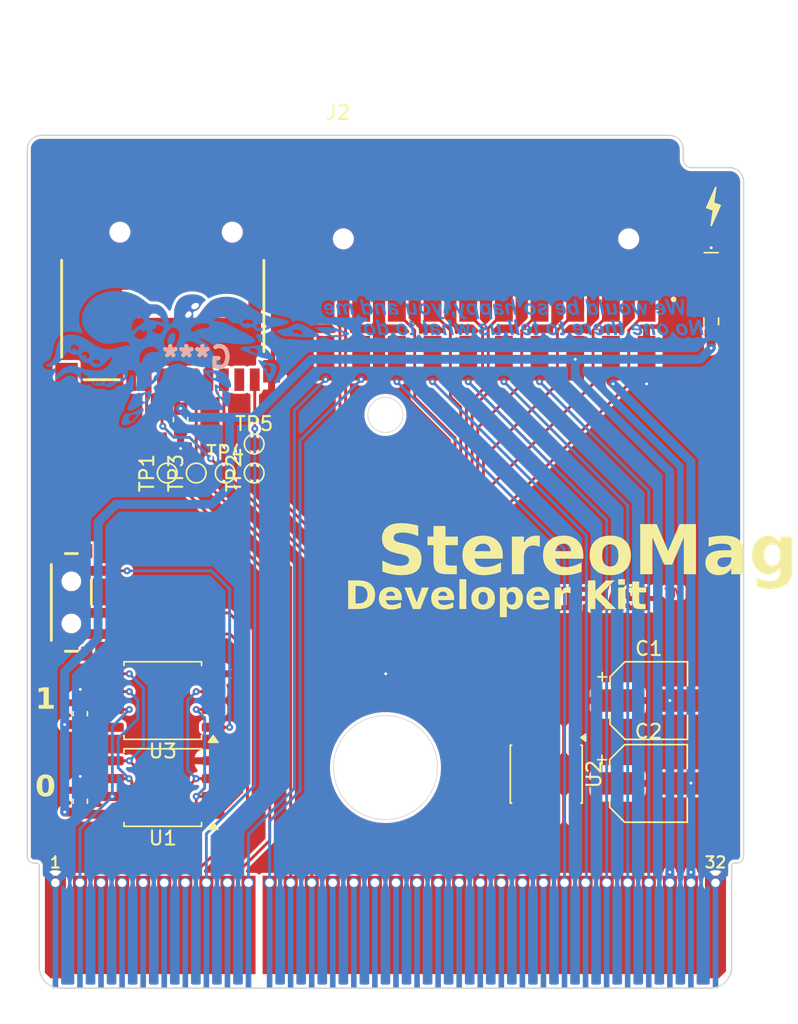
<source format=kicad_pcb>
(kicad_pcb (version 20241229) (generator "pcbnew") (generator_version "9.0")
  (layers (0 "F.Cu" signal) (2 "B.Cu" signal) (13 "F.Paste" user) (15 "B.Paste" user) (5 "F.SilkS" user "F.Silkscreen") (7 "B.SilkS" user "B.Silkscreen") (1 "F.Mask" user) (3 "B.Mask" user) (25 "Edge.Cuts" user))
  (net 0 "")
  (net 1 "SPI1_SCK")
  (net 2 "I2C0_SDA")
  (net 3 "HSTX7")
  (net 4 "I2C0_SCL")
  (net 5 "QSPI_D0")
  (net 6 "HSTX6")
  (net 7 "+5V")
  (net 8 "HSTX3")
  (net 9 "I2S_WSEL")
  (net 10 "HSTX2")
  (net 11 "ADC1")
  (net 12 "QSPI_D3")
  (net 13 "QSPI_CS")
  (net 14 "QSPI_D2")
  (net 15 "ADC0")
  (net 16 "HSTX5")
  (net 17 "I2S_MCLK")
  (net 18 "QSPI_D1")
  (net 19 "SD_CS")
  (net 20 "HSTX4")
  (net 21 "HSTX0")
  (net 22 "I2S_SDATA")
  (net 23 "SD_DETECT")
  (net 24 "???")
  (net 25 "HSTX1")
  (net 26 "SPI1_MISO")
  (net 27 "SPI1_MOSI")
  (net 28 "I2S_BCLK")
  (net 29 "QSPI_SCK")
  (net 33 "Net-(D1-A)")
  (net 38 "F0_CS")
  (net 39 "F1_CS")
  (net 40 "GND")
  (net 41 "+3V3")
  (footprint "Connector_GameBoy:GameBoy_GamePak_CGB-002_P1.50mm_Edge" (layer "F.Cu") (at 150 130.8)
    (property "Reference" "J1" (hide yes))
    (property "Value" "GameBoy_GamePak_CGB-002" (hide yes))
  )
  (footprint "SparkFun-Capacitor:C_0603_1608Metric" (layer "F.Cu") (at 128.27 111.265 90)
    (property "Reference" "C7")
    (property "Value" "0.1uF")
  )
  (footprint "TestPoint:TestPoint_Pad_D1.0mm" (layer "F.Cu") (at 140.6525 94.13875 90)
    (property "Reference" "TP2")
    (property "Value" "TestPoint")
  )
  (footprint "SparkFun-Connector:microSD_External_Pin" (layer "F.Cu") (at 134.14375 76.99375 180)
    (property "Reference" "J6")
    (property "Value" "microSD")
  )
  (footprint "Package_SO:SOIC-8_3.9x4.9mm_P1.27mm" (layer "F.Cu") (at 161.44875 115.57 -90)
    (property "Reference" "U2")
    (property "Value" "FM24C64B")
  )
  (footprint "TestPoint:TestPoint_Pad_D1.0mm" (layer "F.Cu") (at 140.6525 92.075)
    (property "Reference" "TP5")
    (property "Value" "TestPoint")
  )
  (footprint "Capacitor_SMD:CP_Elec_5x3" (layer "F.Cu") (at 168.72875 116.22875)
    (property "Reference" "C2")
    (property "Value" "0.1uF")
  )
  (footprint "SparkFun-LED:LED_0603_1608Metric_Green" (layer "F.Cu") (at 173.19625 79.85125 -90)
    (property "Reference" "D1")
    (property "Value" "Green")
  )
  (footprint "SparkFun-Switch:Slide_SPST_SMD_6.7x2.6mm" (layer "F.Cu") (at 127.635 103.34625 90)
    (property "Reference" "SW1")
    (property "Value" "SPDT_Slide_SMD_6.7x2.6mm")
  )
  (footprint "SAMTEC_TSM-110-01-S-DH-LC:SAMTEC_TSM-110-01-S-DH-LC" (layer "F.Cu") (at 157.1625 77.47)
    (property "Reference" "J2")
    (property "Value" "TSM-110-01-S-DH-LC")
  )
  (footprint "TestPoint:TestPoint_Pad_D1.0mm" (layer "F.Cu") (at 138.58875 94.13875)
    (property "Reference" "TP4")
    (property "Value" "TestPoint")
  )
  (footprint "Capacitor_SMD:CP_Elec_5x3" (layer "F.Cu") (at 168.75125 110.33125)
    (property "Reference" "C1")
    (property "Value" "0.1uF")
  )
  (footprint "TestPoint:TestPoint_Pad_D1.0mm" (layer "F.Cu") (at 136.525 94.13875 90)
    (property "Reference" "TP3")
    (property "Value" "TestPoint")
  )
  (footprint "SparkFun-Resistor:R_0603_1608Metric" (layer "F.Cu") (at 173.19625 83.34375 -90)
    (property "Reference" "R1")
    (property "Value" "470")
  )
  (footprint "TestPoint:TestPoint_Pad_D1.0mm" (layer "F.Cu") (at 134.46125 94.13875 90)
    (property "Reference" "TP1")
    (property "Value" "TestPoint")
  )
  (footprint "Package_SO:SOIC-8_5.3x5.3mm_P1.27mm" (layer "F.Cu") (at 134.14375 110.33125 180)
    (property "Reference" "U3")
    (property "Value" "W25Q16JVSS")
  )
  (footprint "SparkFun-Capacitor:C_0603_1608Metric" (layer "F.Cu") (at 128.27 117.49375 90)
    (property "Reference" "C8")
    (property "Value" "0.1uF")
  )
  (footprint "SparkFun-Capacitor:C_0603_1608Metric" (layer "F.Cu") (at 135.41375 90.32875 -90)
    (property "Reference" "C6")
    (property "Value" "0.1uF")
  )
  (footprint "Package_SO:SOIC-8_5.3x5.3mm_P1.27mm" (layer "F.Cu") (at 134.14375 116.5225 180)
    (property "Reference" "U1")
    (property "Value" "W25Q16JVSS")
  )
  (footprint "LOGO" (layer "B.Cu") (at 136.57324 85.922503 180)
    (property "Reference" "G***")
    (property "Value" "LOGO" (hide yes))
  )
  (footprint "LOGO" (layer "B.Cu") (at 136.57324 85.922503 180)
    (property "Reference" "G***")
    (property "Value" "LOGO" (hide yes))
  )
  (gr_poly (pts (xy 166.47799 102.248783) (xy 166.493694 102.27699) (xy 166.964857 103.868813) (xy 166.965832 103.880177) (xy 166.95894 103.891442) (xy 166.929149 103.902134) (xy 166.657911 103.902134) (xy 166.631649 103.891442) (xy 166.61504 103.868813) (xy 166.557949 103.676258) (xy 166.07952 103.676258) (xy 166.022428 103.868813) (xy 166.005716 103.891442) (xy 165.979557 103.902134) (xy 165.708216 103.902134) (xy 165.687095 103.899031) (xy 165.67614 103.891442) (xy 165.672507 103.868813) (xy 165.823694 103.357374) (xy 166.174707 103.357374) (xy 166.462761 103.357374) (xy 166.319928 102.869603) (xy 166.174707 103.357374) (xy 165.823694 103.357374) (xy 166.143774 102.274603) (xy 166.159315 102.248428) (xy 166.177095 102.241282) (xy 166.460374 102.241282)) (fill yes) (layer "F.Cu"))
  (gr_poly (pts (xy 167.959084 102.246057) (xy 167.988876 102.267544) (xy 168.122055 102.401139) (xy 168.141623 102.430261) (xy 168.148214 102.465601) (xy 168.148214 102.711407) (xy 168.137418 102.735385) (xy 168.112506 102.745039) (xy 167.831718 102.745039) (xy 167.806761 102.736639) (xy 167.798397 102.711303) (xy 167.798397 102.591099) (xy 167.501935 102.591099) (xy 167.485223 102.598365) (xy 167.446919 102.636772) (xy 167.437369 102.65608) (xy 167.437369 102.848427) (xy 167.446919 102.865243) (xy 167.480448 102.898979) (xy 167.926386 102.898979) (xy 167.962198 102.903754) (xy 167.988461 102.925034) (xy 168.122055 103.057694) (xy 168.144581 103.090911) (xy 168.148214 103.119353) (xy 168.148214 103.680825) (xy 168.143439 103.709475) (xy 168.122055 103.742692) (xy 167.988565 103.875975) (xy 167.957527 103.894971) (xy 167.92649 103.902134) (xy 167.309172 103.902134) (xy 167.275975 103.895657) (xy 167.247202 103.875975) (xy 167.113711 103.742796) (xy 167.094611 103.711966) (xy 167.087553 103.676154) (xy 167.087553 103.445607) (xy 167.098244 103.421836) (xy 167.123261 103.41239) (xy 167.404049 103.41239) (xy 167.429048 103.420703) (xy 167.437369 103.445607) (xy 167.437369 103.552317) (xy 167.738606 103.552317) (xy 167.750648 103.545258) (xy 167.791338 103.507266) (xy 167.798397 103.490658) (xy 167.798397 103.310351) (xy 167.78646 103.285646) (xy 167.750544 103.25108) (xy 167.738606 103.25108) (xy 167.309276 103.25108) (xy 167.276087 103.244581) (xy 167.247306 103.224818) (xy 167.113815 103.090808) (xy 167.094611 103.064545) (xy 167.087553 103.028629) (xy 167.087553 102.463836) (xy 167.094039 102.43046) (xy 167.113711 102.401658) (xy 167.247306 102.267544) (xy 167.280627 102.244915) (xy 167.309276 102.241282) (xy 167.926905 102.241282)) (fill yes) (layer "F.Cu"))
  (gr_poly (pts (xy 170.216192 102.980973) (xy 170.080124 102.980973) (xy 170.080124 102.422927) (xy 169.872762 102.422927) (xy 169.872762 102.305691) (xy 170.417839 102.305691) (xy 170.417839 102.422927) (xy 170.216192 102.422927)) (fill yes) (layer "F.Cu"))
  (gr_poly (pts (xy 161.242368 102.249612) (xy 161.250698 102.274603) (xy 161.250698 103.502387) (xy 161.25184 103.511937) (xy 161.257757 103.5191) (xy 161.29087 103.552317) (xy 161.564807 103.552317) (xy 161.59792 103.5191) (xy 161.607366 103.5) (xy 161.607366 102.274603) (xy 161.615731 102.249629) (xy 161.640894 102.241282) (xy 161.923654 102.241282) (xy 161.948818 102.249629) (xy 161.957183 102.274603) (xy 161.957183 103.680825) (xy 161.951023 103.715831) (xy 161.933308 103.742692) (xy 161.800129 103.875975) (xy 161.772724 103.896217) (xy 161.738262 103.902134) (xy 161.12219 103.902134) (xy 161.088765 103.897359) (xy 161.060323 103.878363) (xy 160.927144 103.742692) (xy 160.904411 103.709475) (xy 160.900881 103.680825) (xy 160.900881 102.274603) (xy 160.911573 102.250832) (xy 160.934202 102.241282) (xy 161.217377 102.241282)) (fill yes) (layer "F.Cu") (net 4))
  (gr_poly (pts (xy 170.711297 102.305691) (xy 170.833442 102.768042) (xy 170.956394 102.305691) (xy 171.168739 102.305691) (xy 171.168739 102.980973) (xy 171.039193 102.980973) (xy 171.039193 102.442711) (xy 170.894112 102.980973) (xy 170.77116 102.980973) (xy 170.626886 102.442711) (xy 170.626886 102.980973) (xy 170.499025 102.980973) (xy 170.499025 102.305691)) (fill yes) (layer "F.Cu"))
  (gr_poly (pts (xy 160.480167 102.246057) (xy 160.512242 102.267441) (xy 160.645422 102.400724) (xy 160.666909 102.434045) (xy 160.671684 102.462591) (xy 160.671684 103.680825) (xy 160.668051 103.708229) (xy 160.645422 103.742692) (xy 160.51245 103.875975) (xy 160.483777 103.895658) (xy 160.450687 103.902134) (xy 159.695103 103.902134) (xy 159.670199 103.893812) (xy 159.661886 103.868813) (xy 159.661886 103.552317) (xy 160.011703 103.552317) (xy 160.281591 103.552317) (xy 160.314705 103.5191) (xy 160.321867 103.502387) (xy 160.321867 102.655353) (xy 160.314705 102.638641) (xy 160.274533 102.598261) (xy 160.257924 102.591099) (xy 160.011703 102.591099) (xy 160.011703 103.552317) (xy 159.661886 103.552317) (xy 159.661886 102.274603) (xy 159.670199 102.249604) (xy 159.695103 102.241282) (xy 160.450375 102.241282)) (fill yes) (layer "F.Cu") (net 2))
  (gr_poly (pts (xy 168.717055 102.250832) (xy 168.727851 102.274499) (xy 168.727851 102.89462) (xy 169.084519 102.89462) (xy 169.084519 102.274499) (xy 169.095211 102.250832) (xy 169.11784 102.241282) (xy 169.401015 102.241282) (xy 169.426005 102.249612) (xy 169.434336 102.274603) (xy 169.434336 103.868813) (xy 169.426005 103.893803) (xy 169.401015 103.902134) (xy 169.11784 103.902134) (xy 169.095211 103.892687) (xy 169.084519 103.868813) (xy 169.084519 103.244436) (xy 168.727851 103.244436) (xy 168.727851 103.868813) (xy 168.717055 103.892687) (xy 168.69453 103.902134) (xy 168.411355 103.902134) (xy 168.386364 103.893803) (xy 168.378034 103.868813) (xy 168.378034 102.274603) (xy 168.386364 102.249612) (xy 168.411355 102.241282) (xy 168.69453 102.241282)) (fill yes) (layer "F.Cu"))
  (gr_poly (pts (xy 163.047843 102.24367) (xy 163.079918 102.267441) (xy 163.215485 102.400724) (xy 163.232198 102.424599) (xy 163.23936 102.462591) (xy 163.23936 103.680825) (xy 163.234585 103.710617) (xy 163.215485 103.742692) (xy 163.079918 103.875975) (xy 163.052232 103.896031) (xy 163.025214 103.902134) (xy 162.404367 103.902134) (xy 162.372188 103.897359) (xy 162.3425 103.875975) (xy 162.209217 103.742692) (xy 162.189539 103.714005) (xy 162.183059 103.680825) (xy 162.183059 102.655353) (xy 162.532875 102.655353) (xy 162.532875 103.502387) (xy 162.540038 103.5191) (xy 162.573255 103.552317) (xy 162.849164 103.552317) (xy 162.882381 103.5191) (xy 162.889543 103.502387) (xy 162.889543 102.655353) (xy 162.882381 102.636253) (xy 162.844389 102.598261) (xy 162.827677 102.591099) (xy 162.597026 102.591099) (xy 162.580417 102.598261) (xy 162.540038 102.636253) (xy 162.532875 102.655353) (xy 162.183059 102.655353) (xy 162.183059 102.462591) (xy 162.190117 102.430515) (xy 162.209217 102.400724) (xy 162.342396 102.267441) (xy 162.374472 102.246057) (xy 162.404263 102.241282) (xy 163.018052 102.241282)) (fill yes) (layer "F.Cu"))
  (gr_poly (pts (xy 164.931975 102.248445) (xy 164.942771 102.267441) (xy 164.942771 103.552317) (xy 165.58033 103.552317) (xy 165.605347 103.563112) (xy 165.616038 103.585638) (xy 165.616038 103.868813) (xy 165.605347 103.892687) (xy 165.58033 103.902134) (xy 164.628662 103.902134) (xy 164.603646 103.892687) (xy 164.592954 103.868813) (xy 164.592954 102.267441) (xy 164.604891 102.248445) (xy 164.628662 102.241282) (xy 164.90945 102.241282)) (fill yes) (layer "F.Cu"))
  (gr_poly (pts (xy 164.402786 102.250832) (xy 164.413582 102.274603) (xy 164.413582 102.557778) (xy 164.407561 102.579265) (xy 164.39967 102.58808) (xy 164.387424 102.591099) (xy 163.83 102.591099) (xy 163.83 102.898979) (xy 164.250715 102.898979) (xy 164.275705 102.907309) (xy 164.284036 102.9323) (xy 164.284036 103.215475) (xy 164.275627 103.238104) (xy 164.25549 103.248796) (xy 163.83 103.248796) (xy 163.83 103.868916) (xy 163.821679 103.893821) (xy 163.796679 103.902134) (xy 163.513504 103.902134) (xy 163.488514 103.893803) (xy 163.480183 103.868813) (xy 163.480183 102.274603) (xy 163.488514 102.249612) (xy 163.513504 102.241282) (xy 164.37995 102.241282)) (fill yes) (layer "F.Cu"))
  (gr_poly (pts (xy 155.297999 84.043695) (xy 155.319224 83.519727) (xy 155.518306 83.519727) (xy 155.761853 84.043695) (xy 155.799131 83.519727) (xy 155.999758 83.519727) (xy 155.919023 84.319281) (xy 155.718396 84.319281) (xy 155.479148 83.805052) (xy 155.45161 84.319281) (xy 155.253132 84.319281) (xy 154.836228 83.519727) (xy 155.039877 83.519727)) (fill yes) (layer "B.Cu"))
  (gr_poly (pts (xy 163.709865 83.505217) (xy 163.780802 83.525992) (xy 163.84884 83.561031) (xy 163.914893 83.611746) (xy 163.970598 83.671856) (xy 164.016998 83.743089) (xy 164.054155 83.826986) (xy 164.081534 83.925549) (xy 164.093844 84.01135) (xy 164.09368 84.084929) (xy 164.08277 84.148351) (xy 164.062123 84.203418) (xy 164.030445 84.251285) (xy 163.989245 84.28861) (xy 163.937123 84.316371) (xy 163.871616 84.334273) (xy 163.789425 84.340774) (xy 163.705461 84.333663) (xy 163.630333 84.31304) (xy 163.562402 84.279249) (xy 163.50181 84.233138) (xy 163.447667 84.173991) (xy 163.399724 84.100048) (xy 163.598336 84.065659) (xy 163.631349 84.118263) (xy 163.666107 84.150961) (xy 163.706958 84.170746) (xy 163.753223 84.177424) (xy 163.798047 84.171307) (xy 163.833339 84.154036) (xy 163.861428 84.12537) (xy 163.879195 84.088869) (xy 163.886516 84.041562) (xy 163.881108 83.979685) (xy 163.363722 83.979685) (xy 163.345376 83.87501) (xy 163.340506 83.789394) (xy 163.340518 83.789255) (xy 163.536306 83.789255) (xy 163.541916 83.850725) (xy 163.850682 83.850725) (xy 163.8342 83.794847) (xy 163.810084 83.749347) (xy 163.778544 83.712496) (xy 163.739779 83.683715) (xy 163.699366 83.66711) (xy 163.656167 83.661583) (xy 163.616528 83.66717) (xy 163.584778 83.683092) (xy 163.558976 83.709809) (xy 163.542856 83.743685) (xy 163.536306 83.789255) (xy 163.340518 83.789255) (xy 163.346555 83.719638) (xy 163.361615 83.662887) (xy 163.384544 83.616716) (xy 163.417934 83.57501) (xy 163.458364 83.542588) (xy 163.506825 83.518744) (xy 163.564934 83.503627) (xy 163.634808 83.498234)) (fill yes) (layer "B.Cu"))
  (gr_poly (pts (xy 166.498262 84.319281) (xy 166.291657 84.319281) (xy 166.208168 83.917556) (xy 166.183132 83.823277) (xy 166.157592 83.764684) (xy 166.123442 83.718815) (xy 166.082365 83.687241) (xy 166.035083 83.667968) (xy 165.985175 83.661583) (xy 165.943653 83.667017) (xy 165.914717 83.681599) (xy 165.894471 83.704919) (xy 165.884492 83.735601) (xy 165.885982 83.780298) (xy 165.905985 83.89566) (xy 165.994041 84.319281) (xy 165.787436 84.319281) (xy 165.689507 83.848307) (xy 165.671611 83.746893) (xy 165.667006 83.688786) (xy 165.672141 83.63909) (xy 165.687223 83.595021) (xy 165.714315 83.55741) (xy 165.759159 83.525436) (xy 165.814228 83.505379) (xy 165.882141 83.498234) (xy 165.948411 83.505278) (xy 166.013715 83.526699) (xy 166.079297 83.563819) (xy 166.146106 83.619067) (xy 166.061946 83.214521) (xy 166.268551 83.214521)) (fill yes) (layer "B.Cu"))
  (gr_poly (pts (xy 164.218562 83.504962) (xy 164.265101 83.525503) (xy 164.310408 83.561366) (xy 164.37606 83.633172) (xy 164.352485 83.519727) (xy 164.544313 83.519727) (xy 164.710551 84.319281) (xy 164.504013 84.319281) (xy 164.452362 84.070763) (xy 164.407875 83.883541) (xy 164.378948 83.801022) (xy 164.344898 83.743606) (xy 164.313058 83.712026) (xy 164.275814 83.693549) (xy 164.234473 83.687375) (xy 164.190924 83.695495) (xy 164.144603 83.721899) (xy 164.042443 83.537996) (xy 164.082127 83.515882) (xy 164.124419 83.502699) (xy 164.170194 83.498234)) (fill yes) (layer "B.Cu"))
  (gr_poly (pts (xy 156.071984 82.050764) (xy 156.121787 82.063727) (xy 156.171058 82.085746) (xy 156.237965 82.130539) (xy 156.293101 82.185153) (xy 156.268719 82.067947) (xy 156.461286 82.067947) (xy 156.690997 83.172705) (xy 156.484459 83.172705) (xy 156.401239 82.77246) (xy 156.353656 82.829115) (xy 156.309422 82.862664) (xy 156.259211 82.882108) (xy 156.197657 82.888994) (xy 156.132484 82.882359) (xy 156.069003 82.862315) (xy 156.006073 82.827865) (xy 155.942826 82.777027) (xy 155.890119 82.718007) (xy 155.845583 82.647236) (xy 155.809315 82.563004) (xy 155.781961 82.463156) (xy 155.770068 82.376682) (xy 155.980972 82.376682) (xy 155.992126 82.462888) (xy 156.017156 82.552857) (xy 156.047239 82.616929) (xy 156.081122 82.660963) (xy 156.124182 82.695447) (xy 156.167872 82.71495) (xy 156.213508 82.721346) (xy 156.259748 82.71393) (xy 156.296812 82.692516) (xy 156.32702 82.655589) (xy 156.34401 82.60993) (xy 156.348868 82.54458) (xy 156.336826 82.452141) (xy 156.314454 82.374568) (xy 156.284953 82.315358) (xy 156.249173 82.270992) (xy 156.204532 82.236167) (xy 156.158835 82.216338) (xy 156.110743 82.209803) (xy 156.065809 82.216899) (xy 156.030256 82.237256) (xy 156.001731 82.272134) (xy 155.985629 82.31534) (xy 155.980972 82.376682) (xy 155.770068 82.376682) (xy 155.768057 82.36206) (xy 155.770287 82.279599) (xy 155.785798 82.212115) (xy 155.81306 82.15654) (xy 155.853436 82.107999) (xy 155.90054 82.074227) (xy 155.955645 82.05365) (xy 156.021008 82.046454)) (fill yes) (layer "B.Cu"))
  (gr_poly (pts (xy 167.031481 82.052272) (xy 167.104055 82.069641) (xy 167.174791 82.098844) (xy 167.240025 82.138711) (xy 167.298255 82.189013) (xy 167.350029 82.250641) (xy 167.39289 82.319118) (xy 167.423719 82.387483) (xy 167.443458 82.456305) (xy 167.45645 82.549294) (xy 167.455131 82.626931) (xy 167.441779 82.692061) (xy 167.414876 82.75174) (xy 167.37607 82.800165) (xy 167.324237 82.838887) (xy 167.264522 82.866534) (xy 167.200121 82.883275) (xy 167.129924 82.888994) (xy 167.045589 82.881525) (xy 166.966156 82.859371) (xy 166.89033 82.822187) (xy 166.817128 82.768698) (xy 166.753594 82.70438) (xy 166.703315 82.633025) (xy 166.665445 82.553793) (xy 166.639808 82.46544) (xy 166.630235 82.386831) (xy 166.843056 82.386831) (xy 166.852323 82.466179) (xy 166.875453 82.544942) (xy 166.906884 82.606079) (xy 166.945887 82.652835) (xy 166.994179 82.689371) (xy 167.043376 82.710191) (xy 167.094863 82.717047) (xy 167.145305 82.709636) (xy 167.185349 82.688505) (xy 167.217576 82.652835) (xy 167.236924 82.608032) (xy 167.243657 82.548126) (xy 167.234234 82.467724) (xy 167.211322 82.390047) (xy 167.179889 82.329396) (xy 167.140603 82.282679) (xy 167.092053 82.246089) (xy 167.04272 82.225255) (xy 166.991224 82.218401) (xy 166.940809 82.225828) (xy 166.900934 82.246983) (xy 166.868981 82.282679) (xy 166.84975 82.327399) (xy 166.843056 82.386831) (xy 166.630235 82.386831) (xy 166.628679 82.374058) (xy 166.634407 82.295262) (xy 166.655149 82.226383) (xy 166.690586 82.165272) (xy 166.728697 82.123255) (xy 166.773193 82.090618) (xy 166.824966 82.066747) (xy 166.885391 82.05175) (xy 166.95623 82.046454)) (fill yes) (layer "B.Cu"))
  (gr_poly (pts (xy 157.693032 83.857643) (xy 157.730514 84.0133) (xy 157.753415 84.073719) (xy 157.783418 84.113752) (xy 157.826157 84.147669) (xy 157.875815 84.170105) (xy 157.927109 84.177424) (xy 157.969716 84.1714) (xy 157.998977 84.155192) (xy 158.018713 84.129421) (xy 158.027926 84.094809) (xy 158.024248 84.041541) (xy 157.996223 83.887801) (xy 157.91972 83.519727) (xy 158.126258 83.519727) (xy 158.231912 84.027777) (xy 158.244091 84.104426) (xy 158.24626 84.162343) (xy 158.240979 84.205433) (xy 158.22664 84.245329) (xy 158.203673 84.278222) (xy 158.171327 84.305243) (xy 158.133144 84.324541) (xy 158.08898 84.336554) (xy 158.037531 84.340774) (xy 157.986962 84.336635) (xy 157.935625 84.323997) (xy 157.882913 84.30222) (xy 157.810637 84.257216) (xy 157.749453 84.199791) (xy 157.774304 84.319281) (xy 157.582476 84.319281) (xy 157.416238 83.519727) (xy 157.622776 83.519727)) (fill yes) (layer "B.Cu"))
  (gr_poly (pts (xy 151.169013 83.504052) (xy 151.241586 83.521421) (xy 151.312322 83.550624) (xy 151.377557 83.590491) (xy 151.435786 83.640793) (xy 151.48756 83.702421) (xy 151.530422 83.770898) (xy 151.56125 83.839263) (xy 151.580989 83.908085) (xy 151.593981 84.001074) (xy 151.592662 84.078711) (xy 151.57931 84.143841) (xy 151.552407 84.20352) (xy 151.513601 84.251945) (xy 151.461768 84.290667) (xy 151.402053 84.318314) (xy 151.337652 84.335055) (xy 151.267455 84.340774) (xy 151.18312 84.333305) (xy 151.103687 84.311151) (xy 151.027861 84.273967) (xy 150.954659 84.220478) (xy 150.891125 84.15616) (xy 150.840846 84.084805) (xy 150.802977 84.005573) (xy 150.777339 83.91722) (xy 150.767766 83.838611) (xy 150.980588 83.838611) (xy 150.989855 83.917959) (xy 151.012984 83.996722) (xy 151.044415 84.057859) (xy 151.083418 84.104615) (xy 151.131711 84.141151) (xy 151.180908 84.161971) (xy 151.232394 84.168827) (xy 151.282836 84.161416) (xy 151.32288 84.140285) (xy 151.355108 84.104615) (xy 151.374456 84.059812) (xy 151.381188 83.999906) (xy 151.371765 83.919504) (xy 151.348854 83.841827) (xy 151.31742 83.781176) (xy 151.278134 83.734459) (xy 151.229584 83.697869) (xy 151.180252 83.677035) (xy 151.128756 83.670181) (xy 151.07834 83.677608) (xy 151.038465 83.698763) (xy 151.006512 83.734459) (xy 150.987282 83.779179) (xy 150.980588 83.838611) (xy 150.767766 83.838611) (xy 150.76621 83.825838) (xy 150.771939 83.747042) (xy 150.79268 83.678163) (xy 150.828117 83.617052) (xy 150.866228 83.575035) (xy 150.910724 83.542398) (xy 150.962498 83.518527) (xy 151.022923 83.50353) (xy 151.093762 83.498234)) (fill yes) (layer "B.Cu"))
  (gr_poly (pts (xy 160.871297 84.038322) (xy 160.890766 84.142198) (xy 160.89588 84.18844) (xy 160.894021 84.237657) (xy 160.884193 84.271391) (xy 160.864079 84.298323) (xy 160.828848 84.32143) (xy 160.785546 84.335674) (xy 160.732128 84.340774) (xy 160.643363 84.332692) (xy 160.56233 84.309004) (xy 160.545673 84.144244) (xy 160.601082 84.160419) (xy 160.632922 84.164528) (xy 160.651945 84.161704) (xy 160.6657 84.153916) (xy 160.674923 84.141903) (xy 160.678462 84.126982) (xy 160.65858 84.01206) (xy 160.591078 83.687375) (xy 160.44996 83.687375) (xy 160.415101 83.519727) (xy 160.556218 83.519727) (xy 160.498119 83.240313) (xy 160.731322 83.364975) (xy 160.763495 83.519727) (xy 160.858334 83.519727) (xy 160.893194 83.687375) (xy 160.798354 83.687375)) (fill yes) (layer "B.Cu"))
  (gr_poly (pts (xy 153.7278 82.637051) (xy 153.796108 82.067947) (xy 154.015811 82.067947) (xy 153.886045 82.871799) (xy 153.922213 82.934691) (xy 153.962077 82.982893) (xy 153.99356 83.006738) (xy 154.031498 83.021379) (xy 154.077739 83.026551) (xy 154.117469 83.024209) (xy 154.163175 83.016678) (xy 154.179026 83.181504) (xy 154.123489 83.190981) (xy 154.064775 83.194199) (xy 154.007398 83.190892) (xy 153.956704 83.181437) (xy 153.909608 83.165772) (xy 153.870596 83.145771) (xy 153.835504 83.119843) (xy 153.801616 83.08606) (xy 153.769348 83.044479) (xy 153.727598 82.979535) (xy 153.648946 82.83788) (xy 153.213302 82.067947) (xy 153.427094 82.067947)) (fill yes) (layer "B.Cu"))
  (gr_poly (pts (xy 151.693519 82.405863) (xy 151.731001 82.56152) (xy 151.753902 82.621939) (xy 151.783905 82.661972) (xy 151.826644 82.695889) (xy 151.876302 82.718325) (xy 151.927595 82.725644) (xy 151.970203 82.71962) (xy 151.999464 82.703412) (xy 152.0192 82.677641) (xy 152.028413 82.643029) (xy 152.024735 82.589761) (xy 151.99671 82.436021) (xy 151.920207 82.067947) (xy 152.126745 82.067947) (xy 152.232398 82.575997) (xy 152.244578 82.652646) (xy 152.246747 82.710563) (xy 152.241466 82.753653) (xy 152.227126 82.793549) (xy 152.20416 82.826442) (xy 152.171814 82.853463) (xy 152.133631 82.872761) (xy 152.089467 82.884774) (xy 152.038018 82.888994) (xy 151.987448 82.884855) (xy 151.936112 82.872217) (xy 151.8834 82.85044) (xy 151.811123 82.805436) (xy 151.749939 82.748011) (xy 151.774791 82.8675) (xy 151.582963 82.8675) (xy 151.416725 82.067947) (xy 151.623263 82.067947)) (fill yes) (layer "B.Cu"))
  (gr_poly (pts (xy 161.857666 83.504052) (xy 161.93024 83.521421) (xy 162.000976 83.550624) (xy 162.06621 83.590491) (xy 162.124439 83.640793) (xy 162.176214 83.702421) (xy 162.219075 83.770898) (xy 162.249903 83.839263) (xy 162.269643 83.908085) (xy 162.282635 84.001074) (xy 162.281315 84.078711) (xy 162.267963 84.143841) (xy 162.24106 84.20352) (xy 162.202254 84.251945) (xy 162.150422 84.290667) (xy 162.090706 84.318314) (xy 162.026306 84.335055) (xy 161.956108 84.340774) (xy 161.871773 84.333305) (xy 161.79234 84.311151) (xy 161.716515 84.273967) (xy 161.643312 84.220478) (xy 161.579778 84.15616) (xy 161.5295 84.084805) (xy 161.49163 84.005573) (xy 161.465992 83.91722) (xy 161.456419 83.838611) (xy 161.669241 83.838611) (xy 161.678508 83.917959) (xy 161.701637 83.996722) (xy 161.733068 84.057859) (xy 161.772071 84.104615) (xy 161.820364 84.141151) (xy 161.869561 84.161971) (xy 161.921047 84.168827) (xy 161.97149 84.161416) (xy 162.011533 84.140285) (xy 162.043761 84.104615) (xy 162.063109 84.059812) (xy 162.069841 83.999906) (xy 162.060418 83.919504) (xy 162.037507 83.841827) (xy 162.006074 83.781176) (xy 161.966788 83.734459) (xy 161.918237 83.697869) (xy 161.868905 83.677035) (xy 161.817409 83.670181) (xy 161.766993 83.677608) (xy 161.727118 83.698763) (xy 161.695165 83.734459) (xy 161.675935 83.779179) (xy 161.669241 83.838611) (xy 161.456419 83.838611) (xy 161.454863 83.825838) (xy 161.460592 83.747042) (xy 161.481334 83.678163) (xy 161.51677 83.617052) (xy 161.554881 83.575035) (xy 161.599377 83.542398) (xy 161.651151 83.518527) (xy 161.711576 83.50353) (xy 161.782415 83.498234)) (fill yes) (layer "B.Cu"))
  (gr_poly (pts (xy 157.012318 82.050764) (xy 157.062122 82.063727) (xy 157.111393 82.085746) (xy 157.1783 82.130539) (xy 157.233435 82.185153) (xy 157.209054 82.067947) (xy 157.401621 82.067947) (xy 157.631331 83.172705) (xy 157.424794 83.172705) (xy 157.341574 82.77246) (xy 157.293991 82.829115) (xy 157.249757 82.862664) (xy 157.199546 82.882108) (xy 157.137991 82.888994) (xy 157.072819 82.882359) (xy 157.009338 82.862315) (xy 156.946408 82.827865) (xy 156.883161 82.777027) (xy 156.830454 82.718007) (xy 156.785918 82.647236) (xy 156.74965 82.563004) (xy 156.722296 82.463156) (xy 156.710403 82.376682) (xy 156.921307 82.376682) (xy 156.932461 82.462888) (xy 156.957491 82.552857) (xy 156.987574 82.616929) (xy 157.021457 82.660963) (xy 157.064517 82.695447) (xy 157.108207 82.71495) (xy 157.153843 82.721346) (xy 157.200083 82.71393) (xy 157.237147 82.692516) (xy 157.267355 82.655589) (xy 157.284345 82.60993) (xy 157.289203 82.54458) (xy 157.277161 82.452141) (xy 157.254789 82.374568) (xy 157.225288 82.315358) (xy 157.189508 82.270992) (xy 157.144867 82.236167) (xy 157.09917 82.216338) (xy 157.051078 82.209803) (xy 157.006144 82.216899) (xy 156.970591 82.237256) (xy 156.942066 82.272134) (xy 156.925964 82.31534) (xy 156.921307 82.376682) (xy 156.710403 82.376682) (xy 156.708392 82.36206) (xy 156.710622 82.279599) (xy 156.726133 82.212115) (xy 156.753394 82.15654) (xy 156.793771 82.107999) (xy 156.840875 82.074227) (xy 156.89598 82.05365) (xy 156.961343 82.046454)) (fill yes) (layer "B.Cu"))
  (gr_poly (pts (xy 170.390401 82.53442) (xy 170.418879 81.762741) (xy 170.677539 81.762741) (xy 171.032314 82.521592) (xy 171.037015 81.762741) (xy 171.25974 81.762741) (xy 171.232135 82.8675) (xy 170.996245 82.8675) (xy 170.610573 82.041551) (xy 170.567721 82.8675) (xy 170.336936 82.8675) (xy 169.845544 81.762741) (xy 170.064575 81.762741)) (fill yes) (layer "B.Cu"))
  (gr_poly (pts (xy 164.515792 82.157682) (xy 164.556502 82.108233) (xy 164.603058 82.074151) (xy 164.656574 82.053589) (xy 164.719106 82.046454) (xy 164.788034 82.052988) (xy 164.853315 82.072454) (xy 164.916096 82.105359) (xy 164.977228 82.153115) (xy 165.028044 82.209394) (xy 165.071575 82.278622) (xy 165.107604 82.362867) (xy 165.135339 82.464701) (xy 165.149577 82.567781) (xy 165.147443 82.651806) (xy 165.131848 82.72051) (xy 165.104375 82.777027) (xy 165.063532 82.826623) (xy 165.016355 82.860946) (xy 164.961647 82.881748) (xy 164.897233 82.888994) (xy 164.831229 82.880638) (xy 164.758735 82.853866) (xy 164.69007 82.81125) (xy 164.624334 82.750294) (xy 164.648715 82.8675) (xy 164.456887 82.8675) (xy 164.355291 82.378889) (xy 164.567976 82.378889) (xy 164.580743 82.4735) (xy 164.603989 82.554944) (xy 164.63406 82.61664) (xy 164.670007 82.66244) (xy 164.714944 82.698796) (xy 164.75931 82.719077) (xy 164.804475 82.725644) (xy 164.84656 82.720133) (xy 164.879716 82.704619) (xy 164.906109 82.679053) (xy 164.926517 82.64135) (xy 164.935387 82.601545) (xy 164.935325 82.541213) (xy 164.921883 82.452746) (xy 164.899346 82.374397) (xy 164.869898 82.314948) (xy 164.834432 82.270724) (xy 164.790134 82.235944) (xy 164.745303 82.216257) (xy 164.69862 82.209803) (xy 164.651707 82.216962) (xy 164.615474 82.237244) (xy 164.587258 82.27153) (xy 164.571916 82.314444) (xy 164.567976 82.378889) (xy 164.355291 82.378889) (xy 164.227177 81.762741) (xy 164.433647 81.762741)) (fill yes) (layer "B.Cu"))
  (gr_poly (pts (xy 159.358525 82.8675) (xy 159.15192 82.8675) (xy 159.068432 82.465776) (xy 159.043395 82.371497) (xy 159.017855 82.312904) (xy 158.983705 82.267035) (xy 158.942629 82.235461) (xy 158.895346 82.216188) (xy 158.845438 82.209803) (xy 158.803917 82.215237) (xy 158.77498 82.229819) (xy 158.754735 82.253139) (xy 158.744755 82.283821) (xy 158.746245 82.328518) (xy 158.766249 82.44388) (xy 158.854304 82.8675) (xy 158.647699 82.8675) (xy 158.54977 82.396527) (xy 158.531874 82.295113) (xy 158.527269 82.237006) (xy 158.532405 82.18731) (xy 158.547486 82.143241) (xy 158.574579 82.10563) (xy 158.619422 82.073656) (xy 158.674492 82.053599) (xy 158.742404 82.046454) (xy 158.808675 82.053498) (xy 158.873979 82.074919) (xy 158.93956 82.112039) (xy 159.00637 82.167287) (xy 158.92221 81.762741) (xy 159.128815 81.762741)) (fill yes) (layer "B.Cu"))
  (gr_poly (pts (xy 169.724239 83.504052) (xy 169.796813 83.521421) (xy 169.867549 83.550624) (xy 169.932784 83.590491) (xy 169.991013 83.640793) (xy 170.042787 83.702421) (xy 170.085649 83.770898) (xy 170.116477 83.839263) (xy 170.136216 83.908085) (xy 170.149208 84.001074) (xy 170.147889 84.078711) (xy 170.134537 84.143841) (xy 170.107634 84.20352) (xy 170.068828 84.251945) (xy 170.016995 84.290667) (xy 169.95728 84.318314) (xy 169.892879 84.335055) (xy 169.822682 84.340774) (xy 169.738347 84.333305) (xy 169.658914 84.311151) (xy 169.583088 84.273967) (xy 169.509886 84.220478) (xy 169.446352 84.15616) (xy 169.396073 84.084805) (xy 169.358204 84.005573) (xy 169.332566 83.91722) (xy 169.322993 83.838611) (xy 169.535814 83.838611) (xy 169.545081 83.917959) (xy 169.568211 83.996722) (xy 169.599642 84.057859) (xy 169.638645 84.104615) (xy 169.686937 84.141151) (xy 169.736134 84.161971) (xy 169.787621 84.168827) (xy 169.838063 84.161416) (xy 169.878107 84.140285) (xy 169.910334 84.104615) (xy 169.929682 84.059812) (xy 169.936415 83.999906) (xy 169.926992 83.919504) (xy 169.90408 83.841827) (xy 169.872647 83.781176) (xy 169.833361 83.734459) (xy 169.784811 83.697869) (xy 169.735478 83.677035) (xy 169.683982 83.670181) (xy 169.633567 83.677608) (xy 169.593692 83.698763) (xy 169.561739 83.734459) (xy 169.542509 83.779179) (xy 169.535814 83.838611) (xy 169.322993 83.838611) (xy 169.321437 83.825838) (xy 169.327165 83.747042) (xy 169.347907 83.678163) (xy 169.383344 83.617052) (xy 169.421455 83.575035) (xy 169.465951 83.542398) (xy 169.517724 83.518527) (xy 169.578149 83.50353) (xy 169.648988 83.498234)) (fill yes) (layer "B.Cu"))
  (gr_poly (pts (xy 165.945773 82.405863) (xy 165.983255 82.56152) (xy 166.006156 82.621939) (xy 166.036159 82.661972) (xy 166.078898 82.695889) (xy 166.128556 82.718325) (xy 166.179849 82.725644) (xy 166.222457 82.71962) (xy 166.251718 82.703412) (xy 166.271454 82.677641) (xy 166.280667 82.643029) (xy 166.276989 82.589761) (xy 166.248964 82.436021) (xy 166.172461 82.067947) (xy 166.378999 82.067947) (xy 166.484652 82.575997) (xy 166.496832 82.652646) (xy 166.499001 82.710563) (xy 166.49372 82.753653) (xy 166.47938 82.793549) (xy 166.456414 82.826442) (xy 166.424068 82.853463) (xy 166.385885 82.872761) (xy 166.341721 82.884774) (xy 166.290272 82.888994) (xy 166.239702 82.884855) (xy 166.188366 82.872217) (xy 166.135654 82.85044) (xy 166.063377 82.805436) (xy 166.002193 82.748011) (xy 166.027045 82.8675) (xy 165.835217 82.8675) (xy 165.668979 82.067947) (xy 165.875517 82.067947)) (fill yes) (layer "B.Cu"))
  (gr_poly (pts (xy 160.276115 82.052272) (xy 160.348689 82.069641) (xy 160.419425 82.098844) (xy 160.484659 82.138711) (xy 160.542888 82.189013) (xy 160.594663 82.250641) (xy 160.637524 82.319118) (xy 160.668352 82.387483) (xy 160.688092 82.456305) (xy 160.701084 82.549294) (xy 160.699764 82.626931) (xy 160.686413 82.692061) (xy 160.65951 82.75174) (xy 160.620704 82.800165) (xy 160.568871 82.838887) (xy 160.509155 82.866534) (xy 160.444755 82.883275) (xy 160.374557 82.888994) (xy 160.290223 82.881525) (xy 160.210789 82.859371) (xy 160.134964 82.822187) (xy 160.061762 82.768698) (xy 159.998227 82.70438) (xy 159.947949 82.633025) (xy 159.910079 82.553793) (xy 159.884441 82.46544) (xy 159.874868 82.386831) (xy 160.08769 82.386831) (xy 160.096957 82.466179) (xy 160.120086 82.544942) (xy 160.151517 82.606079) (xy 160.19052 82.652835) (xy 160.238813 82.689371) (xy 160.28801 82.710191) (xy 160.339496 82.717047) (xy 160.389939 82.709636) (xy 160.429982 82.688505) (xy 160.46221 82.652835) (xy 160.481558 82.608032) (xy 160.488291 82.548126) (xy 160.478867 82.467724) (xy 160.455956 82.390047) (xy 160.424523 82.329396) (xy 160.385237 82.282679) (xy 160.336687 82.246089) (xy 160.287354 82.225255) (xy 160.235858 82.218401) (xy 160.185443 82.225828) (xy 160.145568 82.246983) (xy 160.113614 82.282679) (xy 160.094384 82.327399) (xy 160.08769 82.386831) (xy 159.874868 82.386831) (xy 159.873312 82.374058) (xy 159.879041 82.295262) (xy 159.899783 82.226383) (xy 159.935219 82.165272) (xy 159.97333 82.123255) (xy 160.017826 82.090618) (xy 160.0696 82.066747) (xy 160.130025 82.05175) (xy 160.200864 82.046454)) (fill yes) (layer "B.Cu"))
  (gr_poly (pts (xy 150.545066 82.053646) (xy 150.624063 82.073286) (xy 150.686017 82.103344) (xy 150.73992 82.146377) (xy 150.78828 82.203949) (xy 150.831165 82.278582) (xy 150.650889 82.312972) (xy 150.616804 82.261921) (xy 150.58426 82.232707) (xy 150.545259 82.21592) (xy 150.493517 82.209803) (xy 150.439176 82.213767) (xy 150.406401 82.223411) (xy 150.388066 82.236469) (xy 150.377022 82.255766) (xy 150.372602 82.284174) (xy 150.377185 82.325733) (xy 150.381685 82.347361) (xy 150.454229 82.369772) (xy 150.593193 82.399482) (xy 150.698319 82.424057) (xy 150.767759 82.448984) (xy 150.825596 82.483551) (xy 150.873278 82.530525) (xy 150.908733 82.587338) (xy 150.930034 82.651761) (xy 150.935958 82.703251) (xy 150.931767 82.747744) (xy 150.918452 82.786833) (xy 150.895981 82.82176) (xy 150.866027 82.849853) (xy 150.82803 82.870691) (xy 150.780161 82.884116) (xy 150.719937 82.888994) (xy 150.652507 82.882342) (xy 150.58567 82.862127) (xy 150.521562 82.829355) (xy 150.45577 82.781527) (xy 150.453486 82.805976) (xy 150.446434 82.8675) (xy 150.242112 82.8675) (xy 150.253566 82.810718) (xy 150.256822 82.759765) (xy 150.251932 82.702859) (xy 150.234254 82.603669) (xy 150.208554 82.484919) (xy 150.410298 82.484919) (xy 150.419097 82.527166) (xy 150.436146 82.597002) (xy 150.448717 82.630603) (xy 150.474374 82.668385) (xy 150.512526 82.700793) (xy 150.552828 82.722435) (xy 150.59072 82.734628) (xy 150.626978 82.73854) (xy 150.658736 82.73463) (xy 150.68335 82.723747) (xy 150.70254 82.706099) (xy 150.715635 82.68336) (xy 150.721128 82.658096) (xy 150.718862 82.629058) (xy 150.708815 82.601286) (xy 150.690639 82.576587) (xy 150.662912 82.554369) (xy 150.624807 82.538285) (xy 150.542751 82.51736) (xy 150.410298 82.484919) (xy 150.208554 82.484919) (xy 150.180587 82.35569) (xy 150.165101 82.261035) (xy 150.162809 82.201132) (xy 150.168632 82.16554) (xy 150.183903 82.134151) (xy 150.209012 82.105811) (xy 150.246008 82.080104) (xy 150.288277 82.063253) (xy 150.352122 82.051183) (xy 150.444822 82.046454)) (fill yes) (layer "B.Cu"))
  (gr_poly (pts (xy 165.600469 82.8675) (xy 165.393998 82.8675) (xy 165.164288 81.762741) (xy 165.370758 81.762741)) (fill yes) (layer "B.Cu"))
  (gr_poly (pts (xy 169.568245 82.053437) (xy 169.639181 82.074212) (xy 169.707219 82.109251) (xy 169.773272 82.159966) (xy 169.828978 82.220076) (xy 169.875378 82.291309) (xy 169.912534 82.375206) (xy 169.939913 82.473769) (xy 169.952224 82.55957) (xy 169.952059 82.633149) (xy 169.941149 82.696571) (xy 169.920502 82.751638) (xy 169.888824 82.799505) (xy 169.847624 82.83683) (xy 169.795502 82.864591) (xy 169.729996 82.882493) (xy 169.647805 82.888994) (xy 169.563841 82.881883) (xy 169.488713 82.86126) (xy 169.420781 82.827469) (xy 169.360189 82.781358) (xy 169.306046 82.722211) (xy 169.258103 82.648268) (xy 169.456715 82.613879) (xy 169.489728 82.666483) (xy 169.524487 82.699181) (xy 169.565337 82.718966) (xy 169.611602 82.725644) (xy 169.656426 82.719527) (xy 169.691718 82.702256) (xy 169.719808 82.67359) (xy 169.737574 82.637089) (xy 169.744895 82.589782) (xy 169.739487 82.527905) (xy 169.222102 82.527905) (xy 169.203755 82.42323) (xy 169.198886 82.337614) (xy 169.198898 82.337475) (xy 169.394685 82.337475) (xy 169.400295 82.398945) (xy 169.709061 82.398945) (xy 169.692579 82.343067) (xy 169.668463 82.297567) (xy 169.636924 82.260716) (xy 169.598159 82.231935) (xy 169.557745 82.21533) (xy 169.514546 82.209803) (xy 169.474907 82.21539) (xy 169.443158 82.231312) (xy 169.417356 82.258029) (xy 169.401236 82.291905) (xy 169.394685 82.337475) (xy 169.198898 82.337475) (xy 169.204935 82.267858) (xy 169.219995 82.211107) (xy 169.242923 82.164936) (xy 169.276314 82.12323) (xy 169.316744 82.090808) (xy 169.365205 82.066964) (xy 169.423314 82.051847) (xy 169.493187 82.046454)) (fill yes) (layer "B.Cu"))
  (gr_poly (pts (xy 148.467767 82.157682) (xy 148.508477 82.108233) (xy 148.555032 82.074151) (xy 148.608549 82.053589) (xy 148.671081 82.046454) (xy 148.740009 82.052988) (xy 148.80529 82.072454) (xy 148.868071 82.105359) (xy 148.929203 82.153115) (xy 148.980019 82.209394) (xy 149.02355 82.278622) (xy 149.059579 82.362867) (xy 149.087314 82.464701) (xy 149.101552 82.567781) (xy 149.099417 82.651806) (xy 149.083823 82.72051) (xy 149.05635 82.777027) (xy 149.015507 82.826623) (xy 148.96833 82.860946) (xy 148.913622 82.881748) (xy 148.849207 82.888994) (xy 148.783204 82.880638) (xy 148.71071 82.853866) (xy 148.642045 82.81125) (xy 148.576309 82.750294) (xy 148.60069 82.8675) (xy 148.408862 82.8675) (xy 148.307266 82.378889) (xy 148.519951 82.378889) (xy 148.532718 82.4735) (xy 148.555964 82.554944) (xy 148.586035 82.61664) (xy 148.621982 82.66244) (xy 148.666919 82.698796) (xy 148.711285 82.719077) (xy 148.75645 82.725644) (xy 148.798535 82.720133) (xy 148.83169 82.704619) (xy 148.858084 82.679053) (xy 148.878492 82.64135) (xy 148.887362 82.601545) (xy 148.8873 82.541213) (xy 148.873858 82.452746) (xy 148.851321 82.374397) (xy 148.821873 82.314948) (xy 148.786407 82.270724) (xy 148.742109 82.235944) (xy 148.697278 82.216257) (xy 148.650595 82.209803) (xy 148.603681 82.216962) (xy 148.567449 82.237244) (xy 148.539233 82.27153) (xy 148.523891 82.314444) (xy 148.519951 82.378889) (xy 148.307266 82.378889) (xy 148.179152 81.762741) (xy 148.385622 81.762741)) (fill yes) (layer "B.Cu"))
  (gr_poly (pts (xy 153.551627 83.505426) (xy 153.630624 83.525066) (xy 153.692579 83.555124) (xy 153.746481 83.598157) (xy 153.794842 83.655729) (xy 153.837726 83.730362) (xy 153.657451 83.764752) (xy 153.623365 83.713701) (xy 153.590821 83.684487) (xy 153.55182 83.6677) (xy 153.500079 83.661583) (xy 153.445738 83.665547) (xy 153.412962 83.675191) (xy 153.394627 83.688249) (xy 153.383583 83.707546) (xy 153.379163 83.735954) (xy 153.383746 83.777513) (xy 153.388246 83.799141) (xy 153.460791 83.821552) (xy 153.599754 83.851262) (xy 153.70488 83.875837) (xy 153.774321 83.900764) (xy 153.832157 83.935331) (xy 153.87984 83.982305) (xy 153.915294 84.039118) (xy 153.936596 84.103541) (xy 153.942519 84.155031) (xy 153.938328 84.199524) (xy 153.925014 84.238613) (xy 153.902542 84.27354) (xy 153.872589 84.301633) (xy 153.834591 84.322471) (xy 153.786722 84.335896) (xy 153.726498 84.340774) (xy 153.659068 84.334122) (xy 153.592232 84.313907) (xy 153.528123 84.281135) (xy 153.462331 84.233307) (xy 153.460047 84.257756) (xy 153.452995 84.319281) (xy 153.248674 84.319281) (xy 153.260128 84.262498) (xy 153.263383 84.211545) (xy 153.258494 84.154639) (xy 153.240815 84.055449) (xy 153.215116 83.936699) (xy 153.416859 83.936699) (xy 153.425658 83.978946) (xy 153.442707 84.048782) (xy 153.455279 84.082383) (xy 153.480936 84.120165) (xy 153.519087 84.152573) (xy 153.55939 84.174215) (xy 153.597281 84.186408) (xy 153.633539 84.19032) (xy 153.665297 84.18641) (xy 153.689912 84.175527) (xy 153.709102 84.157879) (xy 153.722197 84.13514) (xy 153.727689 84.109876) (xy 153.725423 84.080838) (xy 153.715377 84.053066) (xy 153.697201 84.028367) (xy 153.669473 84.006149) (xy 153.631369 83.990065) (xy 153.549312 83.96914) (xy 153.416859 83.936699) (xy 153.215116 83.936699) (xy 153.187149 83.80747) (xy 153.171663 83.712815) (xy 153.169371 83.652912) (xy 153.175193 83.61732) (xy 153.190464 83.585931) (xy 153.215573 83.557591) (xy 153.252569 83.531884) (xy 153.294838 83.515033) (xy 153.358683 83.502963) (xy 153.451383 83.498234)) (fill yes) (layer "B.Cu"))
  (gr_poly (pts (xy 156.977819 83.503397) (xy 157.048596 83.517778) (xy 157.107329 83.540121) (xy 157.155967 83.569766) (xy 157.199909 83.608699) (xy 157.233365 83.650768) (xy 157.257449 83.696369) (xy 157.272703 83.746214) (xy 157.278288 83.803804) (xy 157.270516 83.851733) (xy 157.250647 83.892567) (xy 157.217895 83.928034) (xy 157.174555 83.953942) (xy 157.084569 83.988298) (xy 156.922898 84.032814) (xy 156.877696 84.048299) (xy 156.859761 84.061226) (xy 156.852579 84.07883) (xy 156.853448 84.101996) (xy 156.866918 84.134277) (xy 156.892673 84.159558) (xy 156.925326 84.175832) (xy 156.966902 84.18644) (xy 157.019618 84.19032) (xy 157.067165 84.18617) (xy 157.101617 84.175164) (xy 157.126212 84.158618) (xy 157.144394 84.135336) (xy 157.156046 84.105051) (xy 157.160534 84.065659) (xy 157.373184 84.091451) (xy 157.365791 84.147625) (xy 157.349278 84.195825) (xy 157.323986 84.23751) (xy 157.289427 84.273674) (xy 157.248654 84.301072) (xy 157.197013 84.32203) (xy 157.132079 84.335761) (xy 157.050918 84.340774) (xy 156.962656 84.335169) (xy 156.88756 84.319378) (xy 156.82358 84.294507) (xy 156.769019 84.261047) (xy 156.719407 84.2175) (xy 156.682194 84.171514) (xy 156.655891 84.122705) (xy 156.639656 84.07036) (xy 156.633604 84.018935) (xy 156.637624 83.976633) (xy 156.65029 83.941376) (xy 156.671358 83.911578) (xy 156.711325 83.880309) (xy 156.77811 83.848223) (xy 156.881926 83.816201) (xy 157.02197 83.775574) (xy 157.062269 83.755483) (xy 157.073955 83.73762) (xy 157.074628 83.716257) (xy 157.06401 83.692316) (xy 157.042052 83.672532) (xy 157.014045 83.660326) (xy 156.97457 83.651903) (xy 156.920211 83.648687) (xy 156.877737 83.652217) (xy 156.847387 83.661499) (xy 156.826111 83.675285) (xy 156.804063 83.706563) (xy 156.794677 83.751856) (xy 156.5919 83.713167) (xy 156.604177 83.645472) (xy 156.629002 83.593053) (xy 156.665851 83.552572) (xy 156.699797 83.531233) (xy 156.74649 83.514192) (xy 156.809409 83.502593) (xy 156.892673 83.498234)) (fill yes) (layer "B.Cu"))
  (gr_poly (pts (xy 159.143499 84.319281) (xy 158.937028 84.319281) (xy 158.707318 83.214521) (xy 158.913789 83.214521)) (fill yes) (layer "B.Cu"))
  (gr_poly (pts (xy 149.593659 83.609462) (xy 149.634368 83.560013) (xy 149.680924 83.525931) (xy 149.734441 83.505369) (xy 149.796973 83.498234) (xy 149.8659 83.504768) (xy 149.931181 83.524234) (xy 149.993962 83.557139) (xy 150.055095 83.604895) (xy 150.10591 83.661174) (xy 150.149441 83.730402) (xy 150.18547 83.814647) (xy 150.213205 83.916481) (xy 150.227443 84.019561) (xy 150.225309 84.103586) (xy 150.209714 84.17229) (xy 150.182241 84.228807) (xy 150.141399 84.278403) (xy 150.094221 84.312726) (xy 150.039513 84.333528) (xy 149.975099 84.340774) (xy 149.909095 84.332418) (xy 149.836601 84.305646) (xy 149.767936 84.26303) (xy 149.7022 84.202074) (xy 149.726582 84.319281) (xy 149.534753 84.319281) (xy 149.433157 83.830669) (xy 149.645842 83.830669) (xy 149.658609 83.92528) (xy 149.681855 84.006724) (xy 149.711926 84.06842) (xy 149.747874 84.11422) (xy 149.79281 84.150576) (xy 149.837177 84.170857) (xy 149.882342 84.177424) (xy 149.924426 84.171913) (xy 149.957582 84.156399) (xy 149.983976 84.130833) (xy 150.004384 84.09313) (xy 150.013253 84.053325) (xy 150.013191 83.992993) (xy 149.999749 83.904526) (xy 149.977212 83.826177) (xy 149.947765 83.766728) (xy 149.912298 83.722504) (xy 149.868 83.687724) (xy 149.823169 83.668037) (xy 149.776487 83.661583) (xy 149.729573 83.668742) (xy 149.693341 83.689024) (xy 149.665124 83.72331) (xy 149.649783 83.766224) (xy 149.645842 83.830669) (xy 149.433157 83.830669) (xy 149.305043 83.214521) (xy 149.511514 83.214521)) (fill yes) (layer "B.Cu"))
  (gr_poly (pts (xy 148.860625 83.504052) (xy 148.933198 83.521421) (xy 149.003934 83.550624) (xy 149.069169 83.590491) (xy 149.127398 83.640793) (xy 149.179172 83.702421) (xy 149.222034 83.770898) (xy 149.252862 83.839263) (xy 149.272601 83.908085) (xy 149.285593 84.001074) (xy 149.284274 84.078711) (xy 149.270922 84.143841) (xy 149.244019 84.20352) (xy 149.205213 84.251945) (xy 149.15338 84.290667) (xy 149.093665 84.318314) (xy 149.029264 84.335055) (xy 148.959067 84.340774) (xy 148.874732 84.333305) (xy 148.795299 84.311151) (xy 148.719473 84.273967) (xy 148.646271 84.220478) (xy 148.582737 84.15616) (xy 148.532458 84.084805) (xy 148.494589 84.005573) (xy 148.468951 83.91722) (xy 148.459378 83.838611) (xy 148.6722 83.838611) (xy 148.681467 83.917959) (xy 148.704596 83.996722) (xy 148.736027 84.057859) (xy 148.77503 84.104615) (xy 148.823323 84.141151) (xy 148.87252 84.161971) (xy 148.924006 84.168827) (xy 148.974448 84.161416) (xy 149.014492 84.140285) (xy 149.04672 84.104615) (xy 149.066068 84.059812) (xy 149.0728 83.999906) (xy 149.063377 83.919504) (xy 149.040466 83.841827) (xy 149.009032 83.781176) (xy 148.969746 83.734459) (xy 148.921196 83.697869) (xy 148.871864 83.677035) (xy 148.820368 83.670181) (xy 148.769952 83.677608) (xy 148.730077 83.698763) (xy 148.698124 83.734459) (xy 148.678894 83.779179) (xy 148.6722 83.838611) (xy 148.459378 83.838611) (xy 148.457822 83.825838) (xy 148.463551 83.747042) (xy 148.484292 83.678163) (xy 148.519729 83.617052) (xy 148.55784 83.575035) (xy 148.602336 83.542398) (xy 148.65411 83.518527) (xy 148.714535 83.50353) (xy 148.785374 83.498234)) (fill yes) (layer "B.Cu"))
  (gr_poly (pts (xy 152.063314 84.038322) (xy 152.082782 84.142198) (xy 152.087897 84.18844) (xy 152.086038 84.237657) (xy 152.07621 84.271391) (xy 152.056096 84.298323) (xy 152.020865 84.32143) (xy 151.977563 84.335674) (xy 151.924145 84.340774) (xy 151.835379 84.332692) (xy 151.754347 84.309004) (xy 151.73769 84.144244) (xy 151.793099 84.160419) (xy 151.824939 84.164528) (xy 151.843962 84.161704) (xy 151.857717 84.153916) (xy 151.866939 84.141903) (xy 151.870478 84.126982) (xy 151.850597 84.01206) (xy 151.783094 83.687375) (xy 151.641977 83.687375) (xy 151.607117 83.519727) (xy 151.748235 83.519727) (xy 151.690136 83.240313) (xy 151.923339 83.364975) (xy 151.955511 83.519727) (xy 152.050351 83.519727) (xy 152.085211 83.687375) (xy 151.990371 83.687375)) (fill yes) (layer "B.Cu"))
  (gr_poly (pts (xy 155.324757 82.637051) (xy 155.393066 82.067947) (xy 155.612768 82.067947) (xy 155.483002 82.871799) (xy 155.519171 82.934691) (xy 155.559035 82.982893) (xy 155.590518 83.006738) (xy 155.628455 83.021379) (xy 155.674696 83.026551) (xy 155.714427 83.024209) (xy 155.760132 83.016678) (xy 155.775983 83.181504) (xy 155.720447 83.190981) (xy 155.661733 83.194199) (xy 155.604356 83.190892) (xy 155.553661 83.181437) (xy 155.506566 83.165772) (xy 155.467554 83.145771) (xy 155.432461 83.119843) (xy 155.398573 83.08606) (xy 155.366306 83.044479) (xy 155.324556 82.979535) (xy 155.245903 82.83788) (xy 154.810259 82.067947) (xy 155.024051 82.067947)) (fill yes) (layer "B.Cu"))
  (gr_poly (pts (xy 165.163892 83.505217) (xy 165.234828 83.525992) (xy 165.302867 83.561031) (xy 165.36892 83.611746) (xy 165.424625 83.671856) (xy 165.471025 83.743089) (xy 165.508181 83.826986) (xy 165.53556 83.925549) (xy 165.547871 84.01135) (xy 165.547706 84.084929) (xy 165.536796 84.148351) (xy 165.516149 84.203418) (xy 165.484472 84.251285) (xy 165.443271 84.28861) (xy 165.391149 84.316371) (xy 165.325643 84.334273) (xy 165.243452 84.340774) (xy 165.159488 84.333663) (xy 165.08436 84.31304) (xy 165.016428 84.279249) (xy 164.955836 84.233138) (xy 164.901693 84.173991) (xy 164.85375 84.100048) (xy 165.052362 84.065659) (xy 165.085375 84.118263) (xy 165.120134 84.150961) (xy 165.160984 84.170746) (xy 165.207249 84.177424) (xy 165.252074 84.171307) (xy 165.287365 84.154036) (xy 165.315455 84.12537) (xy 165.333221 84.088869) (xy 165.340543 84.041562) (xy 165.335135 83.979685) (xy 164.817749 83.979685) (xy 164.799402 83.87501) (xy 164.794533 83.789394) (xy 164.794545 83.789255) (xy 164.990332 83.789255) (xy 164.995942 83.850725) (xy 165.304708 83.850725) (xy 165.288227 83.794847) (xy 165.26411 83.749347) (xy 165.232571 83.712496) (xy 165.193806 83.683715) (xy 165.153392 83.66711) (xy 165.110193 83.661583) (xy 165.070554 83.66717) (xy 165.038805 83.683092) (xy 165.013003 83.709809) (xy 164.996883 83.743685) (xy 164.990332 83.789255) (xy 164.794545 83.789255) (xy 164.800582 83.719638) (xy 164.815642 83.662887) (xy 164.838571 83.616716) (xy 164.871961 83.57501) (xy 164.912391 83.542588) (xy 164.960852 83.518744) (xy 165.018961 83.503627) (xy 165.088834 83.498234)) (fill yes) (layer "B.Cu"))
  (gr_poly (pts (xy 166.9421 84.038322) (xy 166.961568 84.142198) (xy 166.966683 84.18844) (xy 166.964824 84.237657) (xy 166.954996 84.271391) (xy 166.934882 84.298323) (xy 166.899651 84.32143) (xy 166.856349 84.335674) (xy 166.80293 84.340774) (xy 166.714165 84.332692) (xy 166.633133 84.309004) (xy 166.616475 84.144244) (xy 166.671885 84.160419) (xy 166.703725 84.164528) (xy 166.722748 84.161704) (xy 166.736502 84.153916) (xy 166.745725 84.141903) (xy 166.749264 84.126982) (xy 166.729383 84.01206) (xy 166.66188 83.687375) (xy 166.520763 83.687375) (xy 166.485903 83.519727) (xy 166.627021 83.519727) (xy 166.568921 83.240313) (xy 166.802124 83.364975) (xy 166.834297 83.519727) (xy 166.929137 83.519727) (xy 166.963996 83.687375) (xy 166.869157 83.687375)) (fill yes) (layer "B.Cu"))
  (gr_poly (pts (xy 154.944929 82.8675) (xy 154.844985 82.8675) (xy 154.865047 82.924847) (xy 154.893278 82.965766) (xy 154.933165 82.99657) (xy 154.994028 83.022253) (xy 154.972333 83.112524) (xy 154.905153 83.083559) (xy 154.849485 83.046567) (xy 154.80352 83.001165) (xy 154.77137 82.951728) (xy 154.748149 82.893596) (xy 154.725898 82.807521) (xy 154.694598 82.656865) (xy 154.901136 82.656865)) (fill yes) (layer "B.Cu"))
  (gr_poly (pts (xy 167.899998 83.505217) (xy 167.970934 83.525992) (xy 168.038973 83.561031) (xy 168.105026 83.611746) (xy 168.160731 83.671856) (xy 168.207131 83.743089) (xy 168.244287 83.826986) (xy 168.271666 83.925549) (xy 168.283977 84.01135) (xy 168.283812 84.084929) (xy 168.272902 84.148351) (xy 168.252255 84.203418) (xy 168.220578 84.251285) (xy 168.179377 84.28861) (xy 168.127255 84.316371) (xy 168.061749 84.334273) (xy 167.979558 84.340774) (xy 167.895594 84.333663) (xy 167.820466 84.31304) (xy 167.752534 84.279249) (xy 167.691942 84.233138) (xy 167.637799 84.173991) (xy 167.589856 84.100048) (xy 167.788469 84.065659) (xy 167.821481 84.118263) (xy 167.85624 84.150961) (xy 167.897091 84.170746) (xy 167.943355 84.177424) (xy 167.98818 84.171307) (xy 168.023471 84.154036) (xy 168.051561 84.12537) (xy 168.069327 84.088869) (xy 168.076649 84.041562) (xy 168.071241 83.979685) (xy 167.553855 83.979685) (xy 167.535508 83.87501) (xy 167.530639 83.789394) (xy 167.530651 83.789255) (xy 167.726438 83.789255) (xy 167.732048 83.850725) (xy 168.040814 83.850725) (xy 168.024333 83.794847) (xy 168.000216 83.749347) (xy 167.968677 83.712496) (xy 167.929912 83.683715) (xy 167.889498 83.66711) (xy 167.846299 83.661583) (xy 167.80666 83.66717) (xy 167.774911 83.683092) (xy 167.749109 83.709809) (xy 167.732989 83.743685) (xy 167.726438 83.789255) (xy 167.530651 83.789255) (xy 167.536688 83.719638) (xy 167.551748 83.662887) (xy 167.574677 83.616716) (xy 167.608067 83.57501) (xy 167.648497 83.542588) (xy 167.696958 83.518744) (xy 167.755067 83.503627) (xy 167.82494 83.498234)) (fill yes) (layer "B.Cu"))
  (gr_poly (pts (xy 149.520605 82.054613) (xy 149.591963 82.079271) (xy 149.66236 82.121841) (xy 149.732854 82.185153) (xy 149.708472 82.067947) (xy 149.9003 82.067947) (xy 150.066538 82.8675) (xy 149.86 82.8675) (xy 149.784505 82.504263) (xy 149.754001 82.380969) (xy 149.730436 82.320024) (xy 149.698658 82.275206) (xy 149.655343 82.240028) (xy 149.604768 82.217227) (xy 149.55278 82.209803) (xy 149.513981 82.215424) (xy 149.485546 82.230961) (xy 149.465482 82.255784) (xy 149.45485 82.290269) (xy 149.456157 82.33905) (xy 149.476545 82.458253) (xy 149.561646 82.8675) (xy 149.35504 82.8675) (xy 149.251335 82.368518) (xy 149.236382 82.280551) (xy 149.233066 82.225655) (xy 149.239184 82.177766) (xy 149.254895 82.136457) (xy 149.282197 82.101657) (xy 149.327099 82.071776) (xy 149.381396 82.053066) (xy 149.44679 82.046454)) (fill yes) (layer "B.Cu"))
  (gr_poly (pts (xy 171.092292 83.504052) (xy 171.164866 83.521421) (xy 171.235602 83.550624) (xy 171.300837 83.590491) (xy 171.359066 83.640793) (xy 171.41084 83.702421) (xy 171.453702 83.770898) (xy 171.48453 83.839263) (xy 171.504269 83.908085) (xy 171.517261 84.001074) (xy 171.515942 84.078711) (xy 171.50259 84.143841) (xy 171.475687 84.20352) (xy 171.436881 84.251945) (xy 171.385048 84.290667) (xy 171.325333 84.318314) (xy 171.260932 84.335055) (xy 171.190735 84.340774) (xy 171.1064 84.333305) (xy 171.026967 84.311151) (xy 170.951141 84.273967) (xy 170.877939 84.220478) (xy 170.814405 84.15616) (xy 170.764126 84.084805) (xy 170.726257 84.005573) (xy 170.700619 83.91722) (xy 170.691046 83.838611) (xy 170.903867 83.838611) (xy 170.913134 83.917959) (xy 170.936264 83.996722) (xy 170.967695 84.057859) (xy 171.006698 84.104615) (xy 171.05499 84.141151) (xy 171.104187 84.161971) (xy 171.155674 84.168827) (xy 171.206116 84.161416) (xy 171.24616 84.140285) (xy 171.278387 84.104615) (xy 171.297735 84.059812) (xy 171.304468 83.999906) (xy 171.295045 83.919504) (xy 171.272133 83.841827) (xy 171.2407 83.781176) (xy 171.201414 83.734459) (xy 171.152864 83.697869) (xy 171.103531 83.677035) (xy 171.052035 83.670181) (xy 171.00162 83.677608) (xy 170.961745 83.698763) (xy 170.929792 83.734459) (xy 170.910562 83.779179) (xy 170.903867 83.838611) (xy 170.691046 83.838611) (xy 170.68949 83.825838) (xy 170.695218 83.747042) (xy 170.71596 83.678163) (xy 170.751397 83.617052) (xy 170.789508 83.575035) (xy 170.834004 83.542398) (xy 170.885777 83.518527) (xy 170.946203 83.50353) (xy 171.017041 83.498234)) (fill yes) (layer "B.Cu"))
  (gr_poly (pts (xy 168.689106 83.506393) (xy 168.760464 83.531051) (xy 168.830861 83.573621) (xy 168.901355 83.636933) (xy 168.876973 83.519727) (xy 169.068802 83.519727) (xy 169.23504 84.319281) (xy 169.028502 84.319281) (xy 168.953006 83.956043) (xy 168.922502 83.832749) (xy 168.898937 83.771804) (xy 168.86716 83.726986) (xy 168.823845 83.691808) (xy 168.77327 83.669007) (xy 168.721281 83.661583) (xy 168.682482 83.667204) (xy 168.654047 83.682741) (xy 168.633983 83.707564) (xy 168.623352 83.742049) (xy 168.624658 83.79083) (xy 168.645047 83.910033) (xy 168.730147 84.319281) (xy 168.523542 84.319281) (xy 168.419836 83.820298) (xy 168.404884 83.732331) (xy 168.401567 83.677435) (xy 168.407685 83.629546) (xy 168.423396 83.588237) (xy 168.450698 83.553437) (xy 168.4956 83.523556) (xy 168.549897 83.504846) (xy 168.615292 83.498234)) (fill yes) (layer "B.Cu"))
  (gr_poly (pts (xy 145.994316 82.053437) (xy 146.065252 82.074212) (xy 146.133291 82.109251) (xy 146.199344 82.159966) (xy 146.255049 82.220076) (xy 146.301449 82.291309) (xy 146.338605 82.375206) (xy 146.365984 82.473769) (xy 146.378295 82.55957) (xy 146.37813 82.633149) (xy 146.36722 82.696571) (xy 146.346573 82.751638) (xy 146.314896 82.799505) (xy 146.273695 82.83683) (xy 146.221573 82.864591) (xy 146.156067 82.882493) (xy 146.073876 82.888994) (xy 145.989912 82.881883) (xy 145.914784 82.86126) (xy 145.846852 82.827469) (xy 145.78626 82.781358) (xy 145.732117 82.722211) (xy 145.684174 82.648268) (xy 145.882786 82.613879) (xy 145.915799 82.666483) (xy 145.950558 82.699181) (xy 145.991408 82.718966) (xy 146.037673 82.725644) (xy 146.082498 82.719527) (xy 146.117789 82.702256) (xy 146.145879 82.67359) (xy 146.163645 82.637089) (xy 146.170967 82.589782) (xy 146.165559 82.527905) (xy 145.648173 82.527905) (xy 145.629826 82.42323) (xy 145.624957 82.337614) (xy 145.624969 82.337475) (xy 145.820756 82.337475) (xy 145.826366 82.398945) (xy 146.135132 82.398945) (xy 146.118651 82.343067) (xy 146.094534 82.297567) (xy 146.062995 82.260716) (xy 146.02423 82.231935) (xy 145.983816 82.21533) (xy 145.940617 82.209803) (xy 145.900978 82.21539) (xy 145.869229 82.231312) (xy 145.843427 82.258029) (xy 145.827307 82.291905) (xy 145.820756 82.337475) (xy 145.624969 82.337475) (xy 145.631006 82.267858) (xy 145.646066 82.211107) (xy 145.668995 82.164936) (xy 145.702385 82.12323) (xy 145.742815 82.090808) (xy 145.791276 82.066964) (xy 145.849385 82.051847) (xy 145.919258 82.046454)) (fill yes) (layer "B.Cu"))
  (gr_poly (pts (xy 152.779227 82.052272) (xy 152.851801 82.069641) (xy 152.922537 82.098844) (xy 152.987771 82.138711) (xy 153.046001 82.189013) (xy 153.097775 82.250641) (xy 153.140636 82.319118) (xy 153.171465 82.387483) (xy 153.191204 82.456305) (xy 153.204196 82.549294) (xy 153.202877 82.626931) (xy 153.189525 82.692061) (xy 153.162622 82.75174) (xy 153.123816 82.800165) (xy 153.071983 82.838887) (xy 153.012268 82.866534) (xy 152.947867 82.883275) (xy 152.87767 82.888994) (xy 152.793335 82.881525) (xy 152.713902 82.859371) (xy 152.638076 82.822187) (xy 152.564874 82.768698) (xy 152.50134 82.70438) (xy 152.451061 82.633025) (xy 152.413191 82.553793) (xy 152.387554 82.46544) (xy 152.377981 82.386831) (xy 152.590802 82.386831) (xy 152.600069 82.466179) (xy 152.623199 82.544942) (xy 152.65463 82.606079) (xy 152.693633 82.652835) (xy 152.741925 82.689371) (xy 152.791122 82.710191) (xy 152.842609 82.717047) (xy 152.893051 82.709636) (xy 152.933095 82.688505) (xy 152.965322 82.652835) (xy 152.98467 82.608032) (xy 152.991403 82.548126) (xy 152.98198 82.467724) (xy 152.959068 82.390047) (xy 152.927635 82.329396) (xy 152.888349 82.282679) (xy 152.839799 82.246089) (xy 152.790466 82.225255) (xy 152.73897 82.218401) (xy 152.688555 82.225828) (xy 152.64868 82.246983) (xy 152.616727 82.282679) (xy 152.597496 82.327399) (xy 152.590802 82.386831) (xy 152.377981 82.386831) (xy 152.376425 82.374058) (xy 152.382153 82.295262) (xy 152.402895 82.226383) (xy 152.438332 82.165272) (xy 152.476443 82.123255) (xy 152.520939 82.090618) (xy 152.572712 82.066747) (xy 152.633137 82.05175) (xy 152.703976 82.046454)) (fill yes) (layer "B.Cu"))
  (gr_poly (pts (xy 162.751967 84.038322) (xy 162.771435 84.142198) (xy 162.77655 84.18844) (xy 162.774691 84.237657) (xy 162.764863 84.271391) (xy 162.744749 84.298323) (xy 162.709518 84.32143) (xy 162.666216 84.335674) (xy 162.612798 84.340774) (xy 162.524033 84.332692) (xy 162.443 84.309004) (xy 162.426343 84.144244) (xy 162.481752 84.160419) (xy 162.513592 84.164528) (xy 162.532615 84.161704) (xy 162.54637 84.153916) (xy 162.555593 84.141903) (xy 162.559132 84.126982) (xy 162.53925 84.01206) (xy 162.471748 83.687375) (xy 162.33063 83.687375) (xy 162.295771 83.519727) (xy 162.436888 83.519727) (xy 162.378789 83.240313) (xy 162.611992 83.364975) (xy 162.644165 83.519727) (xy 162.739004 83.519727) (xy 162.773864 83.687375) (xy 162.679024 83.687375)) (fill yes) (layer "B.Cu"))
  (gr_poly (pts (xy 171.920905 83.954095) (xy 172.20811 83.214521) (xy 172.419753 83.214521) (xy 172.649463 84.319281) (xy 172.447358 84.319281) (xy 172.295897 83.590722) (xy 172.012991 84.319281) (xy 171.794698 84.319281) (xy 171.564988 83.214521) (xy 171.767093 83.214521)) (fill yes) (layer "B.Cu"))
  (gr_poly (pts (xy 162.471134 82.053437) (xy 162.54207 82.074212) (xy 162.610108 82.109251) (xy 162.676161 82.159966) (xy 162.731867 82.220076) (xy 162.778267 82.291309) (xy 162.815423 82.375206) (xy 162.842802 82.473769) (xy 162.855113 82.55957) (xy 162.854948 82.633149) (xy 162.844038 82.696571) (xy 162.823391 82.751638) (xy 162.791713 82.799505) (xy 162.750513 82.83683) (xy 162.698391 82.864591) (xy 162.632885 82.882493) (xy 162.550694 82.888994) (xy 162.46673 82.881883) (xy 162.391602 82.86126) (xy 162.32367 82.827469) (xy 162.263078 82.781358) (xy 162.208935 82.722211) (xy 162.160992 82.648268) (xy 162.359604 82.613879) (xy 162.392617 82.666483) (xy 162.427376 82.699181) (xy 162.468226 82.718966) (xy 162.514491 82.725644) (xy 162.559316 82.719527) (xy 162.594607 82.702256) (xy 162.622697 82.67359) (xy 162.640463 82.637089) (xy 162.647784 82.589782) (xy 162.642377 82.527905) (xy 162.124991 82.527905) (xy 162.106644 82.42323) (xy 162.101775 82.337614) (xy 162.101787 82.337475) (xy 162.297574 82.337475) (xy 162.303184 82.398945) (xy 162.61195 82.398945) (xy 162.595469 82.343067) (xy 162.571352 82.297567) (xy 162.539813 82.260716) (xy 162.501048 82.231935) (xy 162.460634 82.21533) (xy 162.417435 82.209803) (xy 162.377796 82.21539) (xy 162.346047 82.231312) (xy 162.320245 82.258029) (xy 162.304125 82.291905) (xy 162.297574 82.337475) (xy 162.101787 82.337475) (xy 162.107824 82.267858) (xy 162.122884 82.211107) (xy 162.145812 82.164936) (xy 162.179203 82.12323) (xy 162.219633 82.090808) (xy 162.268094 82.066964) (xy 162.326203 82.051847) (xy 162.396076 82.046454)) (fill yes) (layer "B.Cu"))
  (gr_poly (pts (xy 163.813564 82.8675) (xy 163.621735 82.8675) (xy 163.597354 82.750294) (xy 163.572054 82.792109) (xy 163.541913 82.826066) (xy 163.506679 82.85306) (xy 163.467058 82.873105) (xy 163.4258 82.884997) (xy 163.382219 82.888994) (xy 163.316989 82.882371) (xy 163.253567 82.862379) (xy 163.190811 82.828048) (xy 163.127858 82.77743) (xy 163.075555 82.718664) (xy 163.031025 82.647411) (xy 162.994439 82.561776) (xy 162.966523 82.459395) (xy 162.9553 82.378657) (xy 163.168248 82.378657) (xy 163.18092 82.472694) (xy 163.204933 82.558067) (xy 163.234684 82.620443) (xy 163.269043 82.664724) (xy 163.312347 82.699801) (xy 163.354938 82.719331) (xy 163.398137 82.725644) (xy 163.439837 82.720128) (xy 163.473427 82.704452) (xy 163.50087 82.6784) (xy 163.522866 82.639805) (xy 163.533468 82.598419) (xy 163.534626 82.538268) (xy 163.522194 82.452746) (xy 163.499461 82.373348) (xy 163.470083 82.313746) (xy 163.435012 82.269985) (xy 163.391051 82.235716) (xy 163.346151 82.216222) (xy 163.298999 82.209803) (xy 163.252085 82.216962) (xy 163.215853 82.237244) (xy 163.187636 82.27153) (xy 163.172237 82.314439) (xy 163.168248 82.378657) (xy 162.9553 82.378657) (xy 162.952201 82.356365) (xy 162.954224 82.273574) (xy 162.969472 82.206958) (xy 162.996211 82.153115) (xy 163.03602 82.106673) (xy 163.083716 82.073887) (xy 163.140838 82.053621) (xy 163.209936 82.046454) (xy 163.272518 82.052956) (xy 163.334255 82.072717) (xy 163.396277 82.106909) (xy 163.45946 82.157682) (xy 163.377315 81.762741) (xy 163.583853 81.762741)) (fill yes) (layer "B.Cu"))
  (gr_poly (pts (xy 158.041953 82.053646) (xy 158.120951 82.073286) (xy 158.182905 82.103344) (xy 158.236808 82.146377) (xy 158.285168 82.203949) (xy 158.328053 82.278582) (xy 158.147777 82.312972) (xy 158.113692 82.261921) (xy 158.081147 82.232707) (xy 158.042146 82.21592) (xy 157.990405 82.209803) (xy 157.936064 82.213767) (xy 157.903289 82.223411) (xy 157.884953 82.236469) (xy 157.873909 82.255766) (xy 157.869489 82.284174) (xy 157.874072 82.325733) (xy 157.878572 82.347361) (xy 157.951117 82.369772) (xy 158.090081 82.399482) (xy 158.195207 82.424057) (xy 158.264647 82.448984) (xy 158.322483 82.483551) (xy 158.370166 82.530525) (xy 158.405621 82.587338) (xy 158.426922 82.651761) (xy 158.432845 82.703251) (xy 158.428654 82.747744) (xy 158.41534 82.786833) (xy 158.392868 82.82176) (xy 158.362915 82.849853) (xy 158.324917 82.870691) (xy 158.277049 82.884116) (xy 158.216824 82.888994) (xy 158.149395 82.882342) (xy 158.082558 82.862127) (xy 158.018449 82.829355) (xy 157.952657 82.781527) (xy 157.950374 82.805976) (xy 157.943321 82.8675) (xy 157.739 82.8675) (xy 157.750454 82.810718) (xy 157.753709 82.759765) (xy 157.74882 82.702859) (xy 157.731141 82.603669) (xy 157.705442 82.484919) (xy 157.907185 82.484919) (xy 157.915984 82.527166) (xy 157.933033 82.597002) (xy 157.945605 82.630603) (xy 157.971262 82.668385) (xy 158.009413 82.700793) (xy 158.049716 82.722435) (xy 158.087608 82.734628) (xy 158.123866 82.73854) (xy 158.155624 82.73463) (xy 158.180238 82.723747) (xy 158.199428 82.706099) (xy 158.212523 82.68336) (xy 158.218015 82.658096) (xy 158.21575 82.629058) (xy 158.205703 82.601286) (xy 158.187527 82.576587) (xy 158.1598 82.554369) (xy 158.121695 82.538285) (xy 158.039638 82.51736) (xy 157.907185 82.484919) (xy 157.705442 82.484919) (xy 157.677475 82.35569) (xy 157.661989 82.261035) (xy 157.659697 82.201132) (xy 157.665519 82.16554) (xy 157.680791 82.134151) (xy 157.7059 82.105811) (xy 157.742896 82.080104) (xy 157.785165 82.063253) (xy 157.849009 82.051183) (xy 157.941709 82.046454)) (fill yes) (layer "B.Cu"))
  (gr_poly (pts (xy 159.571217 84.319281) (xy 159.364746 84.319281) (xy 159.135036 83.214521) (xy 159.341507 83.214521)) (fill yes) (layer "B.Cu"))
  (gr_poly (pts (xy 154.868199 84.319281) (xy 154.661594 84.319281) (xy 154.578106 83.917556) (xy 154.553069 83.823277) (xy 154.527529 83.764684) (xy 154.493379 83.718815) (xy 154.452302 83.687241) (xy 154.40502 83.667968) (xy 154.355112 83.661583) (xy 154.313591 83.667017) (xy 154.284654 83.681599) (xy 154.264408 83.704919) (xy 154.254429 83.735601) (xy 154.255919 83.780298) (xy 154.275922 83.89566) (xy 154.363978 84.319281) (xy 154.157373 84.319281) (xy 154.059444 83.848307) (xy 154.041548 83.746893) (xy 154.036943 83.688786) (xy 154.042079 83.63909) (xy 154.05716 83.595021) (xy 154.084253 83.55741) (xy 154.129096 83.525436) (xy 154.184166 83.505379) (xy 154.252078 83.498234) (xy 154.318348 83.505278) (xy 154.383653 83.526699) (xy 154.449234 83.563819) (xy 154.516044 83.619067) (xy 154.431884 83.214521) (xy 154.638489 83.214521)) (fill yes) (layer "B.Cu"))
  (gr_poly (pts (xy 161.2113 82.051617) (xy 161.282076 82.065998) (xy 161.340809 82.088341) (xy 161.389447 82.117986) (xy 161.433389 82.156919) (xy 161.466846 82.198988) (xy 161.49093 82.244589) (xy 161.506183 82.294434) (xy 161.511769 82.352024) (xy 161.503997 82.399953) (xy 161.484128 82.440787) (xy 161.451375 82.476254) (xy 161.408035 82.502162) (xy 161.318049 82.536518) (xy 161.156379 82.581034) (xy 161.111177 82.596519) (xy 161.093242 82.609446) (xy 161.086059 82.62705) (xy 161.086928 82.650216) (xy 161.100398 82.682497) (xy 161.126154 82.707778) (xy 161.158807 82.724052) (xy 161.200382 82.73466) (xy 161.253099 82.73854) (xy 161.300645 82.73439) (xy 161.335097 82.723384) (xy 161.359692 82.706838) (xy 161.377874 82.683556) (xy 161.389526 82.653271) (xy 161.394015 82.613879) (xy 161.606665 82.639671) (xy 161.599271 82.695845) (xy 161.582759 82.744045) (xy 161.557467 82.78573) (xy 161.522908 82.821894) (xy 161.482135 82.849292) (xy 161.430493 82.87025) (xy 161.365559 82.883981) (xy 161.284398 82.888994) (xy 161.196137 82.883389) (xy 161.12104 82.867598) (xy 161.057061 82.842727) (xy 161.002499 82.809267) (xy 160.952887 82.76572) (xy 160.915674 82.719734) (xy 160.889371 82.670925) (xy 160.873136 82.61858) (xy 160.867085 82.567155) (xy 160.871105 82.524853) (xy 160.88377 82.489596) (xy 160.904839 82.459798) (xy 160.944805 82.428529) (xy 161.011591 82.396443) (xy 161.115407 82.364421) (xy 161.25545 82.323794) (xy 161.29575 82.303703) (xy 161.307435 82.28584) (xy 161.308108 82.264477) (xy 161.29749 82.240536) (xy 161.275532 82.220752) (xy 161.247526 82.208546) (xy 161.20805 82.200123) (xy 161.153692 82.196907) (xy 161.111218 82.200437) (xy 161.080868 82.209719) (xy 161.059591 82.223505) (xy 161.037543 82.254783) (xy 161.028157 82.300076) (xy 160.825381 82.261387) (xy 160.837658 82.193692) (xy 160.862482 82.141273) (xy 160.899331 82.100792) (xy 160.933278 82.079453) (xy 160.979971 82.062412) (xy 161.042889 82.050813) (xy 161.126154 82.046454)) (fill yes) (layer "B.Cu"))
  (gr_poly (pts (xy 167.911745 82.591915) (xy 167.93297 82.067947) (xy 168.132052 82.067947) (xy 168.375599 82.591915) (xy 168.412876 82.067947) (xy 168.613504 82.067947) (xy 168.532769 82.8675) (xy 168.332142 82.8675) (xy 168.092894 82.353272) (xy 168.065355 82.8675) (xy 167.866878 82.8675) (xy 167.449973 82.067947) (xy 167.653623 82.067947)) (fill yes) (layer "B.Cu"))
  (gr_poly (pts (xy 153.003649 84.038322) (xy 153.023117 84.142198) (xy 153.028232 84.18844) (xy 153.026373 84.237657) (xy 153.016545 84.271391) (xy 152.996431 84.298323) (xy 152.9612 84.32143) (xy 152.917898 84.335674) (xy 152.86448 84.340774) (xy 152.775714 84.332692) (xy 152.694682 84.309004) (xy 152.678025 84.144244) (xy 152.733434 84.160419) (xy 152.765274 84.164528) (xy 152.784297 84.161704) (xy 152.798052 84.153916) (xy 152.807274 84.141903) (xy 152.810813 84.126982) (xy 152.790932 84.01206) (xy 152.723429 83.687375) (xy 152.582312 83.687375) (xy 152.547452 83.519727) (xy 152.68857 83.519727) (xy 152.63047 83.240313) (xy 152.863674 83.364975) (xy 152.895846 83.519727) (xy 152.990686 83.519727) (xy 153.025545 83.687375) (xy 152.930706 83.687375)) (fill yes) (layer "B.Cu"))
  (gr_poly (pts (xy 160.033424 83.505217) (xy 160.104361 83.525992) (xy 160.172399 83.561031) (xy 160.238452 83.611746) (xy 160.294157 83.671856) (xy 160.340557 83.743089) (xy 160.377714 83.826986) (xy 160.405093 83.925549) (xy 160.417403 84.01135) (xy 160.417239 84.084929) (xy 160.406329 84.148351) (xy 160.385682 84.203418) (xy 160.354004 84.251285) (xy 160.312804 84.28861) (xy 160.260682 84.316371) (xy 160.195175 84.334273) (xy 160.112984 84.340774) (xy 160.02902 84.333663) (xy 159.953892 84.31304) (xy 159.885961 84.279249) (xy 159.825369 84.233138) (xy 159.771226 84.173991) (xy 159.723283 84.100048) (xy 159.921895 84.065659) (xy 159.954908 84.118263) (xy 159.989666 84.150961) (xy 160.030517 84.170746) (xy 160.076782 84.177424) (xy 160.121606 84.171307) (xy 160.156898 84.154036) (xy 160.184987 84.12537) (xy 160.202754 84.088869) (xy 160.210075 84.041562) (xy 160.204667 83.979685) (xy 159.687281 83.979685) (xy 159.668935 83.87501) (xy 159.664065 83.789394) (xy 159.664077 83.789255) (xy 159.859865 83.789255) (xy 159.865475 83.850725) (xy 160.174241 83.850725) (xy 160.157759 83.794847) (xy 160.133643 83.749347) (xy 160.102103 83.712496) (xy 160.063338 83.683715) (xy 160.022925 83.66711) (xy 159.979726 83.661583) (xy 159.940087 83.66717) (xy 159.908337 83.683092) (xy 159.882535 83.709809) (xy 159.866415 83.743685) (xy 159.859865 83.789255) (xy 159.664077 83.789255) (xy 159.670114 83.719638) (xy 159.685174 83.662887) (xy 159.708103 83.616716) (xy 159.741493 83.57501) (xy 159.781923 83.542588) (xy 159.830384 83.518744) (xy 159.888493 83.503627) (xy 159.958366 83.498234)) (fill yes) (layer "B.Cu"))
  (gr_poly (pts (xy 147.234776 82.053945) (xy 147.301291 82.076848) (xy 147.36874 82.116846) (xy 147.438168 82.176892) (xy 147.415532 82.067947) (xy 147.605883 82.067947) (xy 147.772121 82.8675) (xy 147.56565 82.8675) (xy 147.484647 82.477866) (xy 147.457494 82.371126) (xy 147.433735 82.312501) (xy 147.402201 82.268037) (xy 147.363142 82.236267) (xy 147.317968 82.216307) (xy 147.271594 82.209803) (xy 147.23522 82.214458) (xy 147.212219 82.226461) (xy 147.196914 82.246464) (xy 147.188576 82.277037) (xy 147.190256 82.320665) (xy 147.208927 82.428028) (xy 147.300274 82.8675) (xy 147.093736 82.8675) (xy 147.013674 82.482366) (xy 146.986822 82.377303) (xy 146.962291 82.316666) (xy 146.929782 82.269783) (xy 146.890557 82.237006) (xy 146.845871 82.216307) (xy 146.803374 82.209803) (xy 146.766664 82.215351) (xy 146.741431 82.2304) (xy 146.724588 82.255141) (xy 146.719832 82.27966) (xy 146.721625 82.326915) (xy 146.735267 82.409154) (xy 146.830577 82.8675) (xy 146.624039 82.8675) (xy 146.517311 82.354145) (xy 146.501427 82.246546) (xy 146.504012 82.18784) (xy 146.518587 82.144202) (xy 146.540859 82.109576) (xy 146.571045 82.082388) (xy 146.607443 82.063224) (xy 146.652751 82.050911) (xy 146.709139 82.046454) (xy 146.775681 82.054266) (xy 146.842936 82.078358) (xy 146.906927 82.117085) (xy 146.973978 82.174877) (xy 146.992139 82.134314) (xy 147.015549 82.102602) (xy 147.044302 82.078358) (xy 147.078036 82.061213) (xy 147.118686 82.05034) (xy 147.167821 82.046454)) (fill yes) (layer "B.Cu"))
  (gr_poly (pts (xy 173.51375 73.81875) (xy 172.87875 75.2475) (xy 173.355 75.40625) (xy 173.19625 76.5175) (xy 173.83125 75.08875) (xy 173.355 74.93)) (stroke (width 0.12)) (fill yes) (layer "F.SilkS"))
  (gr_circle (center 150 90) (end 151.25 90) (stroke (width 0.05)) (fill no) (layer "Edge.Cuts"))
  (gr_circle (center 150 115.1) (end 153.7 115.1) (stroke (width 0.05)) (fill no) (layer "Edge.Cuts"))
  (gr_poly (pts (xy 175.5 73.4) (xy 175.499524 73.35636) (xy 175.491917 73.269412) (xy 175.476761 73.183457) (xy 175.454171 73.099151) (xy 175.42432 73.017134) (xy 175.387433 72.938031) (xy 175.343793 72.862444) (xy 175.293731 72.790948) (xy 175.237629 72.724088) (xy 175.175912 72.662371) (xy 175.109052 72.606269) (xy 175.037556 72.556207) (xy 174.961969 72.512567) (xy 174.882866 72.47568) (xy 174.800849 72.445829) (xy 174.716543 72.423239) (xy 174.630588 72.408083) (xy 174.54364 72.400476) (xy 174.5 72.4) (xy 171.8 72.4) (xy 171.766331 72.399528) (xy 171.699417 72.391988) (xy 171.633768 72.377004) (xy 171.570209 72.354764) (xy 171.50954 72.325548) (xy 171.452524 72.289722) (xy 171.399877 72.247738) (xy 171.352262 72.200123) (xy 171.310278 72.147476) (xy 171.274452 72.09046) (xy 171.245236 72.029791) (xy 171.222996 71.966232) (xy 171.208012 71.900583) (xy 171.200472 71.833669) (xy 171.2 71.8) (xy 171.2 71.1) (xy 171.199524 71.05636) (xy 171.191917 70.969412) (xy 171.176761 70.883457) (xy 171.154171 70.799151) (xy 171.12432 70.717134) (xy 171.087433 70.638031) (xy 171.043793 70.562444) (xy 170.993731 70.490948) (xy 170.937629 70.424088) (xy 170.875912 70.362371) (xy 170.809052 70.306269) (xy 170.737556 70.256207) (xy 170.661969 70.212567) (xy 170.582866 70.17568) (xy 170.500849 70.145829) (xy 170.416543 70.123239) (xy 170.330588 70.108083) (xy 170.24364 70.100476) (xy 170.2 70.1) (xy 125.5 70.1) (xy 125.45636 70.100476) (xy 125.369412 70.108083) (xy 125.283457 70.123239) (xy 125.199151 70.145829) (xy 125.117134 70.17568) (xy 125.038031 70.212567) (xy 124.962444 70.256207) (xy 124.890948 70.306269) (xy 124.824088 70.362371) (xy 124.762371 70.424088) (xy 124.706269 70.490948) (xy 124.656207 70.562444) (xy 124.612567 70.638031) (xy 124.57568 70.717134) (xy 124.545829 70.799151) (xy 124.523239 70.883457) (xy 124.508083 70.969412) (xy 124.500476 71.05636) (xy 124.5 71.1) (xy 124.5 121.4) (xy 124.500535 121.432737) (xy 124.509081 121.49765) (xy 124.526027 121.560892) (xy 124.551082 121.621382) (xy 124.583819 121.678083) (xy 124.623677 121.730027) (xy 124.669973 121.776323) (xy 124.721917 121.816181) (xy 124.778618 121.848918) (xy 124.839108 121.873973) (xy 124.90235 121.890919) (xy 124.967263 121.899465) (xy 125 121.9) (xy 125.15 121.9) (xy 125.169651 121.900481) (xy 125.208197 121.908149) (xy 125.244508 121.923189) (xy 125.277186 121.945024) (xy 125.304976 121.972814) (xy 125.326811 122.005492) (xy 125.341851 122.041803) (xy 125.349519 122.080349) (xy 125.35 122.1) (xy 125.35 129.3) (xy 125.350478 129.353556) (xy 125.358119 129.460394) (xy 125.373363 129.566415) (xy 125.396131 129.671078) (xy 125.426308 129.77385) (xy 125.463739 129.874208) (xy 125.508235 129.97164) (xy 125.559568 130.065649) (xy 125.617476 130.155757) (xy 125.681666 130.241503) (xy 125.751808 130.322453) (xy 125.827547 130.398192) (xy 125.908497 130.468334) (xy 125.994243 130.532524) (xy 126.084351 130.590432) (xy 126.17836 130.641765) (xy 126.275792 130.686261) (xy 126.37615 130.723692) (xy 126.478922 130.753869) (xy 126.583585 130.776637) (xy 126.689606 130.791881) (xy 126.796444 130.799522) (xy 126.85 130.8) (xy 173.15 130.8) (xy 173.203556 130.799522) (xy 173.310394 130.791881) (xy 173.416415 130.776637) (xy 173.521078 130.753869) (xy 173.62385 130.723692) (xy 173.724208 130.686261) (xy 173.82164 130.641765) (xy 173.915649 130.590432) (xy 174.005757 130.532524) (xy 174.091503 130.468334) (xy 174.172453 130.398192) (xy 174.248192 130.322453) (xy 174.318334 130.241503) (xy 174.382524 130.155757) (xy 174.440432 130.065649) (xy 174.491765 129.97164) (xy 174.536261 129.874208) (xy 174.573692 129.77385) (xy 174.603869 129.671078) (xy 174.626637 129.566415) (xy 174.641881 129.460394) (xy 174.649522 129.353556) (xy 174.65 129.3) (xy 174.65 122.1) (xy 174.650481 122.080349) (xy 174.658149 122.041803) (xy 174.673189 122.005492) (xy 174.695024 121.972814) (xy 174.722814 121.945024) (xy 174.755492 121.923189) (xy 174.791803 121.908149) (xy 174.830349 121.900481) (xy 174.85 121.9) (xy 175 121.9) (xy 175.032737 121.899465) (xy 175.09765 121.890919) (xy 175.160892 121.873973) (xy 175.221382 121.848918) (xy 175.278083 121.816181) (xy 175.330027 121.776323) (xy 175.376323 121.730027) (xy 175.416181 121.678083) (xy 175.448918 121.621382) (xy 175.473973 121.560892) (xy 175.490919 121.49765) (xy 175.499465 121.432737) (xy 175.5 121.4)) (stroke (width 0.1)) (fill no) (layer "Edge.Cuts"))
  (gr_text "Developer Kit" (at 147.089082 104.157075 0) (layer "F.SilkS") (effects (font (size 2 2) (thickness 0.2) (bold yes)) (justify left bottom)))
  (gr_text "0" (at 126.52375 116.5225 0) (layer "F.SilkS") (effects (font (size 1.5 1.5) (thickness 0.3) (bold yes)) (justify right)))
  (gr_text "StereoMag" (at 149.400434 101.934575 0) (layer "F.SilkS") (effects (font (size 3.5 3.5) (thickness 0.2) (bold yes)) (justify left bottom)))
  (gr_text "1" (at 126.52375 110.29375 0) (layer "F.SilkS") (effects (font (size 1.5 1.5) (thickness 0.3) (bold yes)) (justify right)))
  (segment (start 143.25 100.86375) (end 143.25 123.3) (width 0.2032) (layer "F.Cu") (net 1))
  (segment (start 136.29375 87.49375) (end 136.525 87.725) (width 0.2032) (layer "F.Cu") (net 1))
  (segment (start 136.525 87.725) (end 136.525 94.13875) (width 0.2032) (layer "F.Cu") (net 1))
  (segment (start 136.525 94.13875) (end 143.25 100.86375) (width 0.2032) (layer "F.Cu") (net 1))
  (segment (start 164.7825 83.97875) (end 166.0525 82.70875) (width 0.2032) (layer "F.Cu") (net 2))
  (segment (start 157.37985 120.92985) (end 157.37985 95.1914) (width 0.2032) (layer "F.Cu") (net 2))
  (segment (start 159.75 123.3) (end 157.37985 120.92985) (width 0.2032) (layer "F.Cu") (net 2))
  (segment (start 157.37985 95.1914) (end 164.7825 87.78875) (width 0.2032) (layer "F.Cu") (net 2))
  (segment (start 164.7825 87.78875) (end 164.7825 83.97875) (width 0.2032) (layer "F.Cu") (net 2))
  (segment (start 166.0525 82.70875) (end 166.0525 81.775) (width 0.2032) (layer "F.Cu") (net 2))
  (segment (start 156.97565 122.02565) (end 156.97565 93.0556) (width 0.2032) (layer "F.Cu") (net 3))
  (segment (start 163.5125 82.70875) (end 163.5125 81.775) (width 0.2032) (layer "F.Cu") (net 3))
  (segment (start 162.2425 87.78875) (end 162.2425 83.97875) (width 0.2032) (layer "F.Cu") (net 3))
  (segment (start 158.25 123.3) (end 156.97565 122.02565) (width 0.2032) (layer "F.Cu") (net 3))
  (segment (start 156.97565 93.0556) (end 162.2425 87.78875) (width 0.2032) (layer "F.Cu") (net 3))
  (segment (start 162.2425 83.97875) (end 163.5125 82.70875) (width 0.2032) (layer "F.Cu") (net 3))
  (segment (start 157.78405 97.3272) (end 167.3225 87.78875) (width 0.2032) (layer "F.Cu") (net 4))
  (segment (start 167.3225 83.97875) (end 168.5925 82.70875) (width 0.2032) (layer "F.Cu") (net 4))
  (segment (start 161.25 123.3) (end 157.78405 119.83405) (width 0.2032) (layer "F.Cu") (net 4))
  (segment (start 157.78405 119.83405) (end 157.78405 97.3272) (width 0.2032) (layer "F.Cu") (net 4))
  (segment (start 168.5925 82.70875) (end 168.5925 81.775) (width 0.2032) (layer "F.Cu") (net 4))
  (segment (start 167.3225 87.78875) (end 167.3225 83.97875) (width 0.2032) (layer "F.Cu") (net 4))
  (segment (start 132.3458 115.2008) (end 132.3458 122.2042) (width 0.2032) (layer "F.Cu") (net 5))
  (segment (start 131.7625 114.6175) (end 132.3458 115.2008) (width 0.2032) (layer "F.Cu") (net 5))
  (segment (start 132.3458 122.2042) (end 131.25 123.3) (width 0.2032) (layer "F.Cu") (net 5))
  (segment (start 130.55625 108.42625) (end 131.7625 108.42625) (width 0.2032) (layer "F.Cu") (net 5))
  (segment (start 130.55625 114.6175) (end 131.7625 114.6175) (width 0.2032) (layer "F.Cu") (net 5))
  (via (at 131.7625 114.6175) (size 0.5) (drill 0.2) (layers "F.Cu" "B.Cu") (net 5))
  (via (at 131.7625 108.42625) (size 0.5) (drill 0.2) (layers "F.Cu" "B.Cu") (net 5))
  (segment (start 132.7693 109.43305) (end 131.7625 108.42625) (width 0.2032) (layer "B.Cu") (net 5))
  (segment (start 131.7625 114.6175) (end 132.7693 113.6107) (width 0.2032) (layer "B.Cu") (net 5))
  (segment (start 132.7693 113.6107) (end 132.7693 109.43305) (width 0.2032) (layer "B.Cu") (net 5))
  (segment (start 160.9725 82.70875) (end 160.9725 81.775) (width 0.2032) (layer "F.Cu") (net 6))
  (segment (start 159.7025 83.97875) (end 160.9725 82.70875) (width 0.2032) (layer "F.Cu") (net 6))
  (segment (start 159.7025 87.78875) (end 159.7025 83.97875) (width 0.2032) (layer "F.Cu") (net 6))
  (segment (start 156.57145 123.12145) (end 156.57145 90.9198) (width 0.2032) (layer "F.Cu") (net 6))
  (segment (start 156.75 123.3) (end 156.57145 123.12145) (width 0.2032) (layer "F.Cu") (net 6))
  (segment (start 156.57145 90.9198) (end 159.7025 87.78875) (width 0.2032) (layer "F.Cu") (net 6))
  (segment (start 171.72625 116.22875) (end 171.75 116.205) (width 0.2) (layer "F.Cu") (net 7))
  (segment (start 170.92875 116.22875) (end 171.72625 116.22875) (width 0.2) (layer "F.Cu") (net 7))
  (segment (start 166.21125 87.78875) (end 166.0525 87.63) (width 0.635) (layer "F.Cu") (net 7))
  (segment (start 166.0525 87.63) (end 166.0525 85.965) (width 0.635) (layer "F.Cu") (net 7))
  (via (at 171.75 122.55) (size 0.5) (drill 0.2) (layers "F.Cu" "B.Cu") (net 7))
  (via (at 171.75 116.205) (size 0.5) (drill 0.2) (layers "F.Cu" "B.Cu") (net 7))
  (via (at 166.21125 87.78875) (size 0.5) (drill 0.2) (layers "F.Cu" "B.Cu") (net 7))
  (segment (start 171.75 122.55) (end 171.75 116.205) (width 0.635) (layer "B.Cu") (net 7))
  (segment (start 171.75 93.3275) (end 171.75 116.205) (width 0.635) (layer "B.Cu") (net 7))
  (segment (start 166.21125 87.78875) (end 171.75 93.3275) (width 0.635) (layer "B.Cu") (net 7))
  (segment (start 171.75 122.55) (end 171.75 123.0783) (width 0.635) (layer "B.Cu") (net 7))
  (segment (start 171.75 122.55) (end 171.75 123.3) (width 0.1524) (layer "B.Cu") (net 7))
  (segment (start 154.6225 83.97875) (end 153.3525 82.70875) (width 0.2032) (layer "F.Cu") (net 8))
  (segment (start 155.35885 89.44615) (end 154.6225 88.7098) (width 0.2032) (layer "F.Cu") (net 8))
  (segment (start 155.35885 120.19115) (end 155.35885 89.44615) (width 0.2032) (layer "F.Cu") (net 8))
  (segment (start 154.6225 88.7098) (end 154.6225 83.97875) (width 0.2032) (layer "F.Cu") (net 8))
  (segment (start 152.25 123.3) (end 155.35885 120.19115) (width 0.2032) (layer "F.Cu") (net 8))
  (segment (start 153.3525 82.70875) (end 153.3525 81.775) (width 0.2032) (layer "F.Cu") (net 8))
  (via (at 158.4325 87.63) (size 0.5) (drill 0.2) (layers "F.Cu" "B.Cu") (net 9))
  (segment (start 167.25 96.4475) (end 167.25 123.2974) (width 0.2032) (layer "B.Cu") (net 9))
  (segment (start 158.4325 87.63) (end 167.25 96.4475) (width 0.2032) (layer "B.Cu") (net 9))
  (segment (start 150.8125 82.70875) (end 150.8125 81.775) (width 0.2032) (layer "F.Cu") (net 10))
  (segment (start 152.0825 83.97875) (end 150.8125 82.70875) (width 0.2032) (layer "F.Cu") (net 10))
  (segment (start 150.75 123.3) (end 154.95465 119.09535) (width 0.2032) (layer "F.Cu") (net 10))
  (segment (start 154.95465 119.09535) (end 154.95465 91.629636) (width 0.2032) (layer "F.Cu") (net 10))
  (segment (start 152.0825 88.757486) (end 152.0825 83.97875) (width 0.2032) (layer "F.Cu") (net 10))
  (segment (start 154.95465 91.629636) (end 152.0825 88.757486) (width 0.2032) (layer "F.Cu") (net 10))
  (via (at 145.7325 87.47125) (size 0.5) (drill 0.2) (layers "F.Cu" "B.Cu") (net 11))
  (segment (start 143.51 116.585874) (end 140.25 119.845874) (width 0.2032) (layer "B.Cu") (net 11))
  (segment (start 143.51 89.69375) (end 143.51 116.585874) (width 0.2032) (layer "B.Cu") (net 11))
  (segment (start 140.25 119.845874) (end 140.25 123.2974) (width 0.2032) (layer "B.Cu") (net 11))
  (segment (start 145.7325 87.47125) (end 143.51 89.69375) (width 0.2032) (layer "B.Cu") (net 11))
  (segment (start 130.55625 110.96625) (end 131.7625 110.96625) (width 0.2032) (layer "F.Cu") (net 12))
  (segment (start 130.55625 117.1575) (end 130.4925 117.1575) (width 0.2032) (layer "F.Cu") (net 12))
  (via (at 131.7625 110.96625) (size 0.5) (drill 0.2) (layers "F.Cu" "B.Cu") (net 12))
  (via (at 130.55625 117.1575) (size 0.5) (drill 0.2) (layers "F.Cu" "B.Cu") (net 12))
  (segment (start 130.55625 112.1725) (end 131.7625 110.96625) (width 0.2032) (layer "B.Cu") (net 12))
  (segment (start 130.55625 117.1575) (end 130.55625 112.1725) (width 0.2032) (layer "B.Cu") (net 12))
  (segment (start 130.55625 117.1575) (end 128.25 119.46375) (width 0.2032) (layer "B.Cu") (net 12))
  (segment (start 128.25 119.46375) (end 128.25 123.2974) (width 0.2032) (layer "B.Cu") (net 12))
  (segment (start 140.17625 118.87375) (end 135.75 123.3) (width 0.2032) (layer "F.Cu") (net 13))
  (segment (start 138.8625 104.09625) (end 140.17625 105.41) (width 0.2032) (layer "F.Cu") (net 13))
  (segment (start 140.17625 105.41) (end 140.17625 118.87375) (width 0.2032) (layer "F.Cu") (net 13))
  (segment (start 138.8625 104.09625) (end 129.385 104.09625) (width 0.2032) (layer "F.Cu") (net 13))
  (segment (start 135.89 116.5225) (end 135.89 120.16) (width 0.2032) (layer "F.Cu") (net 14))
  (segment (start 137.73125 115.8875) (end 136.525 115.8875) (width 0.2032) (layer "F.Cu") (net 14))
  (segment (start 137.73125 109.69625) (end 136.525 109.69625) (width 0.2032) (layer "F.Cu") (net 14))
  (segment (start 135.89 120.16) (end 132.75 123.3) (width 0.2032) (layer "F.Cu") (net 14))
  (segment (start 136.525 115.8875) (end 135.89 116.5225) (width 0.2032) (layer "F.Cu") (net 14))
  (via (at 136.525 115.8875) (size 0.5) (drill 0.2) (layers "F.Cu" "B.Cu") (net 14))
  (via (at 136.525 109.69625) (size 0.5) (drill 0.2) (layers "F.Cu" "B.Cu") (net 14))
  (segment (start 135.9224 115.2849) (end 135.9224 110.29885) (width 0.2032) (layer "B.Cu") (net 14))
  (segment (start 136.525 115.8875) (end 135.9224 115.2849) (width 0.2032) (layer "B.Cu") (net 14))
  (segment (start 135.9224 110.29885) (end 136.525 109.69625) (width 0.2032) (layer "B.Cu") (net 14))
  (segment (start 148.2725 87.47125) (end 148.2725 85.965) (width 0.1524) (layer "F.Cu") (net 15))
  (via (at 148.2725 87.47125) (size 0.5) (drill 0.2) (layers "F.Cu" "B.Cu") (net 15))
  (segment (start 143.9142 116.7533) (end 141.75 118.9175) (width 0.2032) (layer "B.Cu") (net 15))
  (segment (start 143.9142 91.82955) (end 143.9142 116.7533) (width 0.2032) (layer "B.Cu") (net 15))
  (segment (start 148.2725 87.47125) (end 143.9142 91.82955) (width 0.2032) (layer "B.Cu") (net 15))
  (segment (start 141.75 118.9175) (end 141.75 123.2974) (width 0.2032) (layer "B.Cu") (net 15))
  (segment (start 155.25 123.3) (end 156.16725 122.38275) (width 0.2032) (layer "F.Cu") (net 16))
  (segment (start 157.32125 88.381) (end 157.32125 83.82) (width 0.2032) (layer "F.Cu") (net 16))
  (segment (start 156.16725 89.535) (end 157.32125 88.381) (width 0.2032) (layer "F.Cu") (net 16))
  (segment (start 157.32125 83.82) (end 158.4325 82.70875) (width 0.2032) (layer "F.Cu") (net 16))
  (segment (start 158.4325 82.70875) (end 158.4325 81.775) (width 0.2032) (layer "F.Cu") (net 16))
  (segment (start 156.16725 122.38275) (end 156.16725 89.535) (width 0.2032) (layer "F.Cu") (net 16))
  (via (at 153.3525 87.63) (size 0.5) (drill 0.2) (layers "F.Cu" "B.Cu") (net 17))
  (segment (start 164.2526 123.2974) (end 164.25 123.2974) (width 0.2032) (layer "B.Cu") (net 17))
  (segment (start 153.3525 87.63) (end 164.30625 98.58375) (width 0.2032) (layer "B.Cu") (net 17))
  (segment (start 164.30625 123.24375) (end 164.2526 123.2974) (width 0.2032) (layer "B.Cu") (net 17))
  (segment (start 164.30625 98.58375) (end 164.30625 123.24375) (width 0.2032) (layer "B.Cu") (net 17))
  (segment (start 137.73125 110.96625) (end 136.525 110.96625) (width 0.2032) (layer "F.Cu") (net 18))
  (segment (start 136.525 117.1575) (end 136.525 121.025) (width 0.2032) (layer "F.Cu") (net 18))
  (segment (start 137.73125 117.1575) (end 136.525 117.1575) (width 0.2032) (layer "F.Cu") (net 18))
  (segment (start 136.525 121.025) (end 134.25 123.3) (width 0.2032) (layer "F.Cu") (net 18))
  (via (at 136.525 110.96625) (size 0.5) (drill 0.2) (layers "F.Cu" "B.Cu") (net 18))
  (via (at 136.525 117.1575) (size 0.5) (drill 0.2) (layers "F.Cu" "B.Cu") (net 18))
  (segment (start 137.1276 111.56885) (end 137.1276 116.5549) (width 0.2032) (layer "B.Cu") (net 18))
  (segment (start 137.1276 116.5549) (end 136.525 117.1575) (width 0.2032) (layer "B.Cu") (net 18))
  (segment (start 136.525 110.96625) (end 137.1276 111.56885) (width 0.2032) (layer "B.Cu") (net 18))
  (segment (start 132.99375 92.67125) (end 141.76375 101.44125) (width 0.2032) (layer "F.Cu") (net 19))
  (segment (start 141.76375 101.44125) (end 141.76375 120.28625) (width 0.2032) (layer "F.Cu") (net 19))
  (segment (start 141.76375 120.28625) (end 138.75 123.3) (width 0.2032) (layer "F.Cu") (net 19))
  (segment (start 132.99375 87.49375) (end 132.99375 92.67125) (width 0.2032) (layer "F.Cu") (net 19))
  (segment (start 155.8925 82.801404) (end 155.8925 81.775) (width 0.2032) (layer "F.Cu") (net 20))
  (segment (start 153.75 123.3) (end 155.76305 121.28695) (width 0.2032) (layer "F.Cu") (net 20))
  (segment (start 155.76305 121.28695) (end 155.76305 89.367574) (width 0.2032) (layer "F.Cu") (net 20))
  (segment (start 155.76305 89.367574) (end 156.91705 88.213574) (width 0.2032) (layer "F.Cu") (net 20))
  (segment (start 156.91705 88.213574) (end 156.91705 83.825954) (width 0.2032) (layer "F.Cu") (net 20))
  (segment (start 156.91705 83.825954) (end 155.8925 82.801404) (width 0.2032) (layer "F.Cu") (net 20))
  (segment (start 154.14625 116.90375) (end 154.14625 98.060126) (width 0.2032) (layer "F.Cu") (net 21))
  (segment (start 146.75705 83.7333) (end 145.7325 82.70875) (width 0.2032) (layer "F.Cu") (net 21))
  (segment (start 145.7325 82.70875) (end 145.7325 81.775) (width 0.2032) (layer "F.Cu") (net 21))
  (segment (start 147.75 123.3) (end 154.14625 116.90375) (width 0.2032) (layer "F.Cu") (net 21))
  (segment (start 146.75705 90.670926) (end 146.75705 83.7333) (width 0.2032) (layer "F.Cu") (net 21))
  (segment (start 154.14625 98.060126) (end 146.75705 90.670926) (width 0.2032) (layer "F.Cu") (net 21))
  (via (at 160.9725 87.63) (size 0.5) (drill 0.2) (layers "F.Cu" "B.Cu") (net 22))
  (segment (start 160.9725 87.63) (end 168.75 95.4075) (width 0.2032) (layer "B.Cu") (net 22))
  (segment (start 168.75 95.4075) (end 168.75 123.2974) (width 0.2032) (layer "B.Cu") (net 22))
  (segment (start 140.69375 90.982666) (end 140.69375 91.16375) (width 0.2032) (layer "F.Cu") (net 23))
  (segment (start 140.695957 90.980459) (end 140.69375 90.978252) (width 0.2032) (layer "F.Cu") (net 23))
  (segment (start 140.69375 90.978252) (end 140.69375 87.49375) (width 0.2032) (layer "F.Cu") (net 23))
  (segment (start 140.695957 90.980459) (end 140.69375 90.982666) (width 0.2032) (layer "F.Cu") (net 23))
  (via (at 140.695957 90.980459) (size 0.5) (drill 0.2) (layers "F.Cu" "B.Cu") (net 23))
  (segment (start 140.695957 90.980459) (end 140.69375 90.982666) (width 0.2032) (layer "B.Cu") (net 23))
  (segment (start 137.25 119.814709) (end 137.25 123.2974) (width 0.2032) (layer "B.Cu") (net 23))
  (segment (start 140.69375 116.370959) (end 137.25 119.814709) (width 0.2032) (layer "B.Cu") (net 23))
  (segment (start 140.69375 90.982666) (end 140.69375 116.370959) (width 0.2032) (layer "B.Cu") (net 23))
  (via (at 150.8125 87.63) (size 0.5) (drill 0.2) (layers "F.Cu" "B.Cu") (net 24))
  (segment (start 150.8125 87.63) (end 162.75 99.5675) (width 0.2032) (layer "B.Cu") (net 24))
  (segment (start 162.75 99.5675) (end 162.75 123.2974) (width 0.2032) (layer "B.Cu") (net 24))
  (segment (start 147.16125 83.82) (end 148.2725 82.70875) (width 0.2032) (layer "F.Cu") (net 25))
  (segment (start 149.25 123.3) (end 154.55045 117.99955) (width 0.2032) (layer "F.Cu") (net 25))
  (segment (start 154.55045 117.99955) (end 154.55045 97.8927) (width 0.2032) (layer "F.Cu") (net 25))
  (segment (start 148.2725 82.70875) (end 148.2725 81.775) (width 0.2032) (layer "F.Cu") (net 25))
  (segment (start 147.16125 90.5035) (end 147.16125 83.82) (width 0.2032) (layer "F.Cu") (net 25))
  (segment (start 154.55045 97.8927) (end 147.16125 90.5035) (width 0.2032) (layer "F.Cu") (net 25))
  (segment (start 145.4474 122.4974) (end 146.25 123.3) (width 0.2032) (layer "F.Cu") (net 26))
  (segment (start 145.4474 98.93365) (end 145.4474 122.4974) (width 0.2032) (layer "F.Cu") (net 26))
  (segment (start 138.49375 87.49375) (end 138.49375 91.98) (width 0.2032) (layer "F.Cu") (net 26))
  (segment (start 138.49375 91.98) (end 145.4474 98.93365) (width 0.2032) (layer "F.Cu") (net 26))
  (segment (start 134.09375 90.755) (end 134.09375 87.49375) (width 0.2032) (layer "F.Cu") (net 27))
  (segment (start 134.14375 90.805) (end 134.09375 90.755) (width 0.2032) (layer "F.Cu") (net 27))
  (segment (start 144.75 100.3) (end 144.75 123.3) (width 0.2032) (layer "F.Cu") (net 27))
  (segment (start 137.556875 93.106875) (end 144.75 100.3) (width 0.2032) (layer "F.Cu") (net 27))
  (via (at 134.14375 90.805) (size 0.5) (drill 0.2) (layers "F.Cu" "B.Cu") (net 27))
  (via (at 137.556875 93.106875) (size 0.5) (drill 0.2) (layers "F.Cu" "B.Cu") (net 27))
  (segment (start 134.9375 91.59875) (end 134.14375 90.805) (width 0.2032) (layer "B.Cu") (net 27))
  (segment (start 137.556875 93.106875) (end 136.04875 91.59875) (width 0.2032) (layer "B.Cu") (net 27))
  (segment (start 136.04875 91.59875) (end 134.9375 91.59875) (width 0.2032) (layer "B.Cu") (net 27))
  (segment (start 155.8925 87.63) (end 155.8925 85.965) (width 0.1524) (layer "F.Cu") (net 28))
  (via (at 155.8925 87.63) (size 0.5) (drill 0.2) (layers "F.Cu" "B.Cu") (net 28))
  (segment (start 165.75 97.4875) (end 165.75 123.2974) (width 0.2032) (layer "B.Cu") (net 28))
  (segment (start 155.8925 87.63) (end 165.75 97.4875) (width 0.2032) (layer "B.Cu") (net 28))
  (segment (start 130.55625 109.69625) (end 131.7625 109.69625) (width 0.2032) (layer "F.Cu") (net 29))
  (segment (start 131.9416 116.0666) (end 131.9416 121.1084) (width 0.2032) (layer "F.Cu") (net 29))
  (segment (start 130.55625 115.8875) (end 131.7625 115.8875) (width 0.2032) (layer "F.Cu") (net 29))
  (segment (start 131.7625 115.8875) (end 131.9416 116.0666) (width 0.2032) (layer "F.Cu") (net 29))
  (segment (start 130.55625 115.8875) (end 131.7442 115.8875) (width 0.2032) (layer "F.Cu") (net 29))
  (segment (start 131.9416 121.1084) (end 129.75 123.3) (width 0.2032) (layer "F.Cu") (net 29))
  (via (at 131.7625 109.69625) (size 0.5) (drill 0.2) (layers "F.Cu" "B.Cu") (net 29))
  (via (at 131.7442 115.8875) (size 0.5) (drill 0.2) (layers "F.Cu" "B.Cu") (net 29))
  (segment (start 130.96875 115.11205) (end 130.96875 113.03) (width 0.2032) (layer "B.Cu") (net 29))
  (segment (start 131.7442 115.8875) (end 130.96875 115.11205) (width 0.2032) (layer "B.Cu") (net 29))
  (segment (start 132.3651 110.29885) (end 131.7625 109.69625) (width 0.2032) (layer "B.Cu") (net 29))
  (segment (start 132.3651 111.63365) (end 132.3651 110.29885) (width 0.2032) (layer "B.Cu") (net 29))
  (segment (start 130.96875 113.03) (end 132.3651 111.63365) (width 0.2032) (layer "B.Cu") (net 29))
  (segment (start 173.19625 80.638751) (end 173.19625 82.51875) (width 0.2) (layer "F.Cu") (net 33))
  (segment (start 139.77205 116.824825) (end 139.77205 106.434548) (width 0.2032) (layer "F.Cu") (net 38))
  (segment (start 138.169375 118.4275) (end 139.77205 116.824825) (width 0.2032) (layer "F.Cu") (net 38))
  (segment (start 139.77205 106.434548) (end 138.933752 105.59625) (width 0.2032) (layer "F.Cu") (net 38))
  (segment (start 138.933752 105.59625) (end 129.385 105.59625) (width 0.2032) (layer "F.Cu") (net 38))
  (segment (start 137.73125 118.4275) (end 138.169375 118.4275) (width 0.2032) (layer "F.Cu") (net 38))
  (segment (start 137.73125 112.23625) (end 138.90625 112.23625) (width 0.2032) (layer "F.Cu") (net 39))
  (segment (start 129.385 101.09625) (end 131.60375 101.09625) (width 0.2032) (layer "F.Cu") (net 39))
  (via (at 131.60375 101.09625) (size 0.5) (drill 0.2) (layers "F.Cu" "B.Cu") (net 39))
  (via (at 138.90625 112.23625) (size 0.5) (drill 0.2) (layers "F.Cu" "B.Cu") (net 39))
  (segment (start 138.90625 102.39375) (end 138.90625 112.23625) (width 0.2032) (layer "B.Cu") (net 39))
  (segment (start 131.60375 101.09625) (end 137.60875 101.09625) (width 0.2032) (layer "B.Cu") (net 39))
  (segment (start 137.60875 101.09625) (end 138.90625 102.39375) (width 0.2032) (layer "B.Cu") (net 39))
  (segment (start 128.27 116.71875) (end 128.27 115.72875) (width 0.635) (layer "F.Cu") (net 40))
  (segment (start 168.5925 85.965) (end 168.5925 87.78875) (width 0.635) (layer "F.Cu") (net 40))
  (segment (start 128.27 110.49) (end 128.27 109.5375) (width 0.635) (layer "F.Cu") (net 40))
  (segment (start 173.19625 79.063749) (end 173.19625 78.105) (width 0.635) (layer "F.Cu") (net 40))
  (segment (start 135.41375 91.10375) (end 135.41375 92.3925) (width 0.4064) (layer "F.Cu") (net 40))
  (via (at 150.01875 108.42625) (size 0.5) (drill 0.2) (layers "F.Cu" "B.Cu") (net 40))
  (via (at 135.41375 92.3925) (size 0.5) (drill 0.2) (layers "F.Cu" "B.Cu") (net 40))
  (via (at 168.5925 87.78875) (size 0.5) (drill 0.2) (layers "F.Cu" "B.Cu") (net 40))
  (via (at 128.27 115.72875) (size 0.5) (drill 0.2) (layers "F.Cu" "B.Cu") (net 40))
  (via (at 128.27 109.5375) (size 0.5) (drill 0.2) (layers "F.Cu" "B.Cu") (net 40))
  (via (at 173.19625 78.105) (size 0.5) (drill 0.2) (layers "F.Cu" "B.Cu") (net 40))
  (segment (start 130.55625 118.4275) (end 128.42875 118.4275) (width 0.635) (layer "F.Cu") (net 41))
  (segment (start 128.27 118.26875) (end 127.15875 118.26875) (width 0.635) (layer "F.Cu") (net 41))
  (segment (start 135.19375 87.49375) (end 135.19375 89.33375) (width 0.4064) (layer "F.Cu") (net 41))
  (segment (start 130.55625 112.23625) (end 128.46625 112.23625) (width 0.635) (layer "F.Cu") (net 41))
  (segment (start 127.15875 112.04) (end 128.27 112.04) (width 0.635) (layer "F.Cu") (net 41))
  (segment (start 173.19625 84.16875) (end 173.19625 85.24875) (width 0.635) (layer "F.Cu") (net 41))
  (segment (start 128.42875 118.4275) (end 128.27 118.26875) (width 0.635) (layer "F.Cu") (net 41))
  (segment (start 135.19375 89.33375) (end 135.41375 89.55375) (width 0.4064) (layer "F.Cu") (net 41))
  (segment (start 170.95125 110.33125) (end 170.25 110.33125) (width 0.2) (layer "F.Cu") (net 41))
  (segment (start 128.46625 112.23625) (end 128.27 112.04) (width 0.635) (layer "F.Cu") (net 41))
  (via (at 127.15875 118.26875) (size 0.5) (drill 0.2) (layers "F.Cu" "B.Cu") (net 41))
  (via (at 173.19625 85.24875) (size 0.5) (drill 0.2) (layers "F.Cu" "B.Cu") (net 41))
  (via (at 127.15875 112.04) (size 0.5) (drill 0.2) (layers "F.Cu" "B.Cu") (net 41))
  (via (at 163.5125 86.0425) (size 0.5) (drill 0.2) (layers "F.Cu" "B.Cu") (net 41))
  (via (at 170.25 110.33125) (size 0.5) (drill 0.2) (layers "F.Cu" "B.Cu") (net 41))
  (via (at 170.25 122.55) (size 0.5) (drill 0.2) (layers "F.Cu" "B.Cu") (net 41))
  (via (at 135.41375 89.535) (size 0.5) (drill 0.2) (layers "F.Cu" "B.Cu") (net 41))
  (segment (start 170.25 94.05) (end 170.25 110.33125) (width 0.635) (layer "B.Cu") (net 41))
  (segment (start 138.90625 95.09125) (end 138.90625 90.32875) (width 0.635) (layer "B.Cu") (net 41))
  (segment (start 127.15875 112.04) (end 127.15875 108.2675) (width 0.635) (layer "B.Cu") (net 41))
  (segment (start 138.7475 90.17) (end 136.04875 90.17) (width 0.635) (layer "B.Cu") (net 41))
  (segment (start 144.716387 86.0425) (end 140.588887 90.17) (width 0.635) (layer "B.Cu") (net 41))
  (segment (start 173.19625 85.24875) (end 172.4025 86.0425) (width 0.635) (layer "B.Cu") (net 41))
  (segment (start 163.5125 86.0425) (end 144.716387 86.0425) (width 0.635) (layer "B.Cu") (net 41))
  (segment (start 130.81 96.36125) (end 137.63625 96.36125) (width 0.635) (layer "B.Cu") (net 41))
  (segment (start 127.15875 118.26875) (end 127.15875 112.04) (width 0.635) (layer "B.Cu") (net 41))
  (segment (start 138.90625 90.32875) (end 138.7475 90.17) (width 0.635) (layer "B.Cu") (net 41))
  (segment (start 129.54 97.63125) (end 130.81 96.36125) (width 0.635) (layer "B.Cu") (net 41))
  (segment (start 140.588887 90.17) (end 138.7475 90.17) (width 0.635) (layer "B.Cu") (net 41))
  (segment (start 170.25 122.55) (end 170.25 123.0783) (width 0.635) (layer "B.Cu") (net 41))
  (segment (start 137.63625 96.36125) (end 138.90625 95.09125) (width 0.635) (layer "B.Cu") (net 41))
  (segment (start 172.4025 86.0425) (end 163.5125 86.0425) (width 0.635) (layer "B.Cu") (net 41))
  (segment (start 163.5125 87.3125) (end 170.25 94.05) (width 0.635) (layer "B.Cu") (net 41))
  (segment (start 127.15875 108.2675) (end 129.54 105.88625) (width 0.635) (layer "B.Cu") (net 41))
  (segment (start 170.25 110.33125) (end 170.25 122.55) (width 0.635) (layer "B.Cu") (net 41))
  (segment (start 129.54 105.88625) (end 129.54 97.63125) (width 0.635) (layer "B.Cu") (net 41))
  (segment (start 136.04875 90.17) (end 135.41375 89.535) (width 0.635) (layer "B.Cu") (net 41))
  (segment (start 163.5125 86.0425) (end 163.5125 87.3125) (width 0.635) (layer "B.Cu") (net 41))
  (zone (net 40) (net_name "GND") (layers "F.Cu" "B.Cu") (connect_pads (clearance 0.2)) (min_thickness 0.25) (fill yes (thermal_gap 0.5) (thermal_bridge_width 0.5))
    (polygon (pts (xy 122.555 67.945) (xy 177.165 67.945) (xy 177.165 133.35) (xy 122.555 133.35)))
  )
)
</source>
